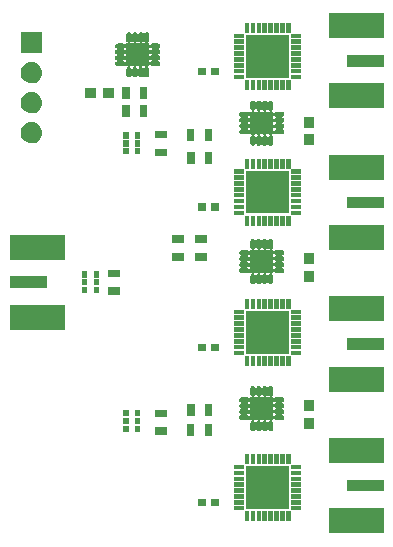
<source format=gts>
G04 #@! TF.FileFunction,Soldermask,Top*
%FSLAX46Y46*%
G04 Gerber Fmt 4.6, Leading zero omitted, Abs format (unit mm)*
G04 Created by KiCad (PCBNEW 4.0.6-e0-6349~53~ubuntu14.04.1) date Thu Apr 13 01:04:39 2017*
%MOMM*%
%LPD*%
G01*
G04 APERTURE LIST*
%ADD10C,0.100000*%
G04 APERTURE END LIST*
D10*
G36*
X128813500Y-156013500D02*
X124186500Y-156013500D01*
X124186500Y-153886500D01*
X128813500Y-153886500D01*
X128813500Y-156013500D01*
X128813500Y-156013500D01*
G37*
G36*
X119938500Y-154951000D02*
X119561500Y-154951000D01*
X119561500Y-154124000D01*
X119938500Y-154124000D01*
X119938500Y-154951000D01*
X119938500Y-154951000D01*
G37*
G36*
X117068500Y-154124000D02*
X117438500Y-154124000D01*
X117438500Y-154951000D01*
X117061500Y-154951000D01*
X117061500Y-154131000D01*
X117060414Y-154123355D01*
X117068500Y-154124000D01*
X117068500Y-154124000D01*
G37*
G36*
X117938500Y-154951000D02*
X117561500Y-154951000D01*
X117561500Y-154124000D01*
X117938500Y-154124000D01*
X117938500Y-154951000D01*
X117938500Y-154951000D01*
G37*
G36*
X118438500Y-154951000D02*
X118061500Y-154951000D01*
X118061500Y-154124000D01*
X118438500Y-154124000D01*
X118438500Y-154951000D01*
X118438500Y-154951000D01*
G37*
G36*
X119438500Y-154951000D02*
X119061500Y-154951000D01*
X119061500Y-154124000D01*
X119438500Y-154124000D01*
X119438500Y-154951000D01*
X119438500Y-154951000D01*
G37*
G36*
X120438500Y-154951000D02*
X120061500Y-154951000D01*
X120061500Y-154124000D01*
X120438500Y-154124000D01*
X120438500Y-154951000D01*
X120438500Y-154951000D01*
G37*
G36*
X120938500Y-154131000D02*
X120938500Y-154951000D01*
X120561500Y-154951000D01*
X120561500Y-154124000D01*
X120931500Y-154124000D01*
X120939145Y-154122914D01*
X120938500Y-154131000D01*
X120938500Y-154131000D01*
G37*
G36*
X118938500Y-154951000D02*
X118561500Y-154951000D01*
X118561500Y-154124000D01*
X118938500Y-154124000D01*
X118938500Y-154951000D01*
X118938500Y-154951000D01*
G37*
G36*
X121813500Y-154076000D02*
X120993500Y-154076000D01*
X120985855Y-154077086D01*
X120986500Y-154069000D01*
X120986500Y-153699000D01*
X121813500Y-153699000D01*
X121813500Y-154076000D01*
X121813500Y-154076000D01*
G37*
G36*
X117013500Y-154069000D02*
X117014586Y-154076645D01*
X117006500Y-154076000D01*
X116186500Y-154076000D01*
X116186500Y-153699000D01*
X117013500Y-153699000D01*
X117013500Y-154069000D01*
X117013500Y-154069000D01*
G37*
G36*
X120788500Y-153926000D02*
X117211500Y-153926000D01*
X117211500Y-150349000D01*
X120788500Y-150349000D01*
X120788500Y-153926000D01*
X120788500Y-153926000D01*
G37*
G36*
X114913500Y-153704100D02*
X114186500Y-153704100D01*
X114186500Y-153077100D01*
X114913500Y-153077100D01*
X114913500Y-153704100D01*
X114913500Y-153704100D01*
G37*
G36*
X113813500Y-153704100D02*
X113086500Y-153704100D01*
X113086500Y-153077100D01*
X113813500Y-153077100D01*
X113813500Y-153704100D01*
X113813500Y-153704100D01*
G37*
G36*
X121813500Y-153576000D02*
X120986500Y-153576000D01*
X120986500Y-153199000D01*
X121813500Y-153199000D01*
X121813500Y-153576000D01*
X121813500Y-153576000D01*
G37*
G36*
X117013500Y-153576000D02*
X116186500Y-153576000D01*
X116186500Y-153199000D01*
X117013500Y-153199000D01*
X117013500Y-153576000D01*
X117013500Y-153576000D01*
G37*
G36*
X121813500Y-153076000D02*
X120986500Y-153076000D01*
X120986500Y-152699000D01*
X121813500Y-152699000D01*
X121813500Y-153076000D01*
X121813500Y-153076000D01*
G37*
G36*
X117013500Y-153076000D02*
X116186500Y-153076000D01*
X116186500Y-152699000D01*
X117013500Y-152699000D01*
X117013500Y-153076000D01*
X117013500Y-153076000D01*
G37*
G36*
X121813500Y-152576000D02*
X120986500Y-152576000D01*
X120986500Y-152199000D01*
X121813500Y-152199000D01*
X121813500Y-152576000D01*
X121813500Y-152576000D01*
G37*
G36*
X117013500Y-152576000D02*
X116186500Y-152576000D01*
X116186500Y-152199000D01*
X117013500Y-152199000D01*
X117013500Y-152576000D01*
X117013500Y-152576000D01*
G37*
G36*
X128813500Y-152463500D02*
X125686500Y-152463500D01*
X125686500Y-151486500D01*
X128813500Y-151486500D01*
X128813500Y-152463500D01*
X128813500Y-152463500D01*
G37*
G36*
X121813500Y-152076000D02*
X120986500Y-152076000D01*
X120986500Y-151699000D01*
X121813500Y-151699000D01*
X121813500Y-152076000D01*
X121813500Y-152076000D01*
G37*
G36*
X117013500Y-152076000D02*
X116186500Y-152076000D01*
X116186500Y-151699000D01*
X117013500Y-151699000D01*
X117013500Y-152076000D01*
X117013500Y-152076000D01*
G37*
G36*
X121813500Y-151576000D02*
X120986500Y-151576000D01*
X120986500Y-151199000D01*
X121813500Y-151199000D01*
X121813500Y-151576000D01*
X121813500Y-151576000D01*
G37*
G36*
X117013500Y-151576000D02*
X116186500Y-151576000D01*
X116186500Y-151199000D01*
X117013500Y-151199000D01*
X117013500Y-151576000D01*
X117013500Y-151576000D01*
G37*
G36*
X121813500Y-151076000D02*
X120986500Y-151076000D01*
X120986500Y-150699000D01*
X121813500Y-150699000D01*
X121813500Y-151076000D01*
X121813500Y-151076000D01*
G37*
G36*
X117013500Y-151076000D02*
X116186500Y-151076000D01*
X116186500Y-150699000D01*
X117013500Y-150699000D01*
X117013500Y-151076000D01*
X117013500Y-151076000D01*
G37*
G36*
X120993500Y-150199000D02*
X121813500Y-150199000D01*
X121813500Y-150576000D01*
X120986500Y-150576000D01*
X120986500Y-150206000D01*
X120985414Y-150198355D01*
X120993500Y-150199000D01*
X120993500Y-150199000D01*
G37*
G36*
X117013500Y-150206000D02*
X117013500Y-150576000D01*
X116186500Y-150576000D01*
X116186500Y-150199000D01*
X117006500Y-150199000D01*
X117014145Y-150197914D01*
X117013500Y-150206000D01*
X117013500Y-150206000D01*
G37*
G36*
X117438500Y-150151000D02*
X117068500Y-150151000D01*
X117060855Y-150152086D01*
X117061500Y-150144000D01*
X117061500Y-149324000D01*
X117438500Y-149324000D01*
X117438500Y-150151000D01*
X117438500Y-150151000D01*
G37*
G36*
X120938500Y-150144000D02*
X120939586Y-150151645D01*
X120931500Y-150151000D01*
X120561500Y-150151000D01*
X120561500Y-149324000D01*
X120938500Y-149324000D01*
X120938500Y-150144000D01*
X120938500Y-150144000D01*
G37*
G36*
X119938500Y-150151000D02*
X119561500Y-150151000D01*
X119561500Y-149324000D01*
X119938500Y-149324000D01*
X119938500Y-150151000D01*
X119938500Y-150151000D01*
G37*
G36*
X119438500Y-150151000D02*
X119061500Y-150151000D01*
X119061500Y-149324000D01*
X119438500Y-149324000D01*
X119438500Y-150151000D01*
X119438500Y-150151000D01*
G37*
G36*
X118938500Y-150151000D02*
X118561500Y-150151000D01*
X118561500Y-149324000D01*
X118938500Y-149324000D01*
X118938500Y-150151000D01*
X118938500Y-150151000D01*
G37*
G36*
X118438500Y-150151000D02*
X118061500Y-150151000D01*
X118061500Y-149324000D01*
X118438500Y-149324000D01*
X118438500Y-150151000D01*
X118438500Y-150151000D01*
G37*
G36*
X117938500Y-150151000D02*
X117561500Y-150151000D01*
X117561500Y-149324000D01*
X117938500Y-149324000D01*
X117938500Y-150151000D01*
X117938500Y-150151000D01*
G37*
G36*
X120438500Y-150151000D02*
X120061500Y-150151000D01*
X120061500Y-149324000D01*
X120438500Y-149324000D01*
X120438500Y-150151000D01*
X120438500Y-150151000D01*
G37*
G36*
X128813500Y-150063500D02*
X124186500Y-150063500D01*
X124186500Y-147936500D01*
X128813500Y-147936500D01*
X128813500Y-150063500D01*
X128813500Y-150063500D01*
G37*
G36*
X112810100Y-147757300D02*
X112183100Y-147757300D01*
X112183100Y-146730300D01*
X112810100Y-146730300D01*
X112810100Y-147757300D01*
X112810100Y-147757300D01*
G37*
G36*
X114310100Y-147757300D02*
X113683100Y-147757300D01*
X113683100Y-146730300D01*
X114310100Y-146730300D01*
X114310100Y-147757300D01*
X114310100Y-147757300D01*
G37*
G36*
X110513500Y-147663700D02*
X109486500Y-147663700D01*
X109486500Y-147036700D01*
X110513500Y-147036700D01*
X110513500Y-147663700D01*
X110513500Y-147663700D01*
G37*
G36*
X107228500Y-147428500D02*
X106771500Y-147428500D01*
X106771500Y-146891500D01*
X107228500Y-146891500D01*
X107228500Y-147428500D01*
X107228500Y-147428500D01*
G37*
G36*
X108228500Y-147428500D02*
X107771500Y-147428500D01*
X107771500Y-146891500D01*
X108228500Y-146891500D01*
X108228500Y-147428500D01*
X108228500Y-147428500D01*
G37*
G36*
X119292880Y-143538732D02*
X119292889Y-143538735D01*
X119292930Y-143538739D01*
X119332735Y-143551060D01*
X119369388Y-143570878D01*
X119401493Y-143597439D01*
X119427829Y-143629729D01*
X119447391Y-143666519D01*
X119459434Y-143706409D01*
X119463500Y-143747878D01*
X119463500Y-144202122D01*
X119463479Y-144205103D01*
X119458835Y-144246511D01*
X119446235Y-144286229D01*
X119426162Y-144322742D01*
X119399378Y-144354662D01*
X119366905Y-144380771D01*
X119362891Y-144382869D01*
X119350475Y-144391787D01*
X119340918Y-144403960D01*
X119335130Y-144418314D01*
X119333570Y-144433712D01*
X119336362Y-144448934D01*
X119343285Y-144462777D01*
X119353789Y-144474142D01*
X119367044Y-144482131D01*
X119388526Y-144486500D01*
X119463500Y-144486500D01*
X119463500Y-144561906D01*
X119465677Y-144577229D01*
X119472038Y-144591338D01*
X119482077Y-144603117D01*
X119495000Y-144611633D01*
X119509784Y-144616211D01*
X119525258Y-144616489D01*
X119540197Y-144612446D01*
X119553418Y-144604400D01*
X119566786Y-144588180D01*
X119570878Y-144580612D01*
X119597439Y-144548507D01*
X119629729Y-144522171D01*
X119666519Y-144502609D01*
X119706409Y-144490566D01*
X119747878Y-144486500D01*
X120202151Y-144486500D01*
X120202877Y-144486505D01*
X120202880Y-144486505D01*
X120205103Y-144486521D01*
X120246511Y-144491165D01*
X120286229Y-144503765D01*
X120322742Y-144523838D01*
X120354662Y-144550622D01*
X120380771Y-144583095D01*
X120400076Y-144620021D01*
X120411840Y-144659994D01*
X120411843Y-144660028D01*
X120411847Y-144660041D01*
X120415618Y-144701488D01*
X120411268Y-144742880D01*
X120411265Y-144742889D01*
X120411261Y-144742930D01*
X120398940Y-144782735D01*
X120379122Y-144819388D01*
X120352561Y-144851493D01*
X120320271Y-144877829D01*
X120283481Y-144897391D01*
X120281348Y-144898035D01*
X120268514Y-144903989D01*
X120256844Y-144914155D01*
X120248469Y-144927169D01*
X120244051Y-144942002D01*
X120243940Y-144957478D01*
X120248145Y-144972373D01*
X120256333Y-144985506D01*
X120267856Y-144995838D01*
X120280652Y-145001996D01*
X120286229Y-145003765D01*
X120322742Y-145023838D01*
X120354662Y-145050622D01*
X120380771Y-145083095D01*
X120400076Y-145120021D01*
X120411840Y-145159994D01*
X120411843Y-145160028D01*
X120411847Y-145160041D01*
X120415618Y-145201488D01*
X120411268Y-145242880D01*
X120411265Y-145242889D01*
X120411261Y-145242930D01*
X120398940Y-145282735D01*
X120379122Y-145319388D01*
X120352561Y-145351493D01*
X120320271Y-145377829D01*
X120283481Y-145397391D01*
X120281348Y-145398035D01*
X120268514Y-145403989D01*
X120256844Y-145414155D01*
X120248469Y-145427169D01*
X120244051Y-145442002D01*
X120243940Y-145457478D01*
X120248145Y-145472373D01*
X120256333Y-145485506D01*
X120267856Y-145495838D01*
X120280652Y-145501996D01*
X120286229Y-145503765D01*
X120322742Y-145523838D01*
X120354662Y-145550622D01*
X120380771Y-145583095D01*
X120400076Y-145620021D01*
X120411840Y-145659994D01*
X120411843Y-145660028D01*
X120411847Y-145660041D01*
X120415618Y-145701488D01*
X120411268Y-145742880D01*
X120411265Y-145742889D01*
X120411261Y-145742930D01*
X120398940Y-145782735D01*
X120379122Y-145819388D01*
X120352561Y-145851493D01*
X120320271Y-145877829D01*
X120283481Y-145897391D01*
X120281348Y-145898035D01*
X120268514Y-145903989D01*
X120256844Y-145914155D01*
X120248469Y-145927169D01*
X120244051Y-145942002D01*
X120243940Y-145957478D01*
X120248145Y-145972373D01*
X120256333Y-145985506D01*
X120267856Y-145995838D01*
X120280652Y-146001996D01*
X120286229Y-146003765D01*
X120322742Y-146023838D01*
X120354662Y-146050622D01*
X120380771Y-146083095D01*
X120400076Y-146120021D01*
X120411840Y-146159994D01*
X120411843Y-146160028D01*
X120411847Y-146160041D01*
X120415618Y-146201488D01*
X120411268Y-146242880D01*
X120411265Y-146242889D01*
X120411261Y-146242930D01*
X120398940Y-146282735D01*
X120379122Y-146319388D01*
X120352561Y-146351493D01*
X120320271Y-146377829D01*
X120283481Y-146397391D01*
X120243591Y-146409434D01*
X120202122Y-146413500D01*
X119747849Y-146413500D01*
X119747123Y-146413495D01*
X119747120Y-146413495D01*
X119744897Y-146413479D01*
X119703489Y-146408835D01*
X119663771Y-146396235D01*
X119627258Y-146376162D01*
X119595338Y-146349378D01*
X119569229Y-146316905D01*
X119567131Y-146312891D01*
X119558213Y-146300475D01*
X119546040Y-146290918D01*
X119531686Y-146285130D01*
X119516288Y-146283570D01*
X119501066Y-146286362D01*
X119487223Y-146293285D01*
X119475858Y-146303789D01*
X119467869Y-146317044D01*
X119463500Y-146338526D01*
X119463500Y-146413500D01*
X119388094Y-146413500D01*
X119372771Y-146415677D01*
X119358662Y-146422038D01*
X119346883Y-146432077D01*
X119338367Y-146445000D01*
X119333789Y-146459784D01*
X119333511Y-146475258D01*
X119337554Y-146490197D01*
X119345600Y-146503418D01*
X119361820Y-146516786D01*
X119369388Y-146520878D01*
X119401493Y-146547439D01*
X119427829Y-146579729D01*
X119447391Y-146616519D01*
X119459434Y-146656409D01*
X119463500Y-146697878D01*
X119463500Y-147152122D01*
X119463479Y-147155103D01*
X119458835Y-147196511D01*
X119446235Y-147236229D01*
X119426162Y-147272742D01*
X119399378Y-147304662D01*
X119366905Y-147330771D01*
X119329979Y-147350076D01*
X119290006Y-147361840D01*
X119289972Y-147361843D01*
X119289959Y-147361847D01*
X119248512Y-147365618D01*
X119207120Y-147361268D01*
X119207111Y-147361265D01*
X119207070Y-147361261D01*
X119167265Y-147348940D01*
X119130612Y-147329122D01*
X119098507Y-147302561D01*
X119072171Y-147270271D01*
X119052609Y-147233481D01*
X119051965Y-147231348D01*
X119046011Y-147218514D01*
X119035845Y-147206844D01*
X119022831Y-147198469D01*
X119007998Y-147194051D01*
X118992522Y-147193940D01*
X118977627Y-147198145D01*
X118964494Y-147206333D01*
X118954162Y-147217856D01*
X118948004Y-147230652D01*
X118946235Y-147236229D01*
X118926162Y-147272742D01*
X118899378Y-147304662D01*
X118866905Y-147330771D01*
X118829979Y-147350076D01*
X118790006Y-147361840D01*
X118789972Y-147361843D01*
X118789959Y-147361847D01*
X118748512Y-147365618D01*
X118707120Y-147361268D01*
X118707111Y-147361265D01*
X118707070Y-147361261D01*
X118667265Y-147348940D01*
X118630612Y-147329122D01*
X118598507Y-147302561D01*
X118572171Y-147270271D01*
X118552609Y-147233481D01*
X118551965Y-147231348D01*
X118546011Y-147218514D01*
X118535845Y-147206844D01*
X118522831Y-147198469D01*
X118507998Y-147194051D01*
X118492522Y-147193940D01*
X118477627Y-147198145D01*
X118464494Y-147206333D01*
X118454162Y-147217856D01*
X118448004Y-147230652D01*
X118446235Y-147236229D01*
X118426162Y-147272742D01*
X118399378Y-147304662D01*
X118366905Y-147330771D01*
X118329979Y-147350076D01*
X118290006Y-147361840D01*
X118289972Y-147361843D01*
X118289959Y-147361847D01*
X118248512Y-147365618D01*
X118207120Y-147361268D01*
X118207111Y-147361265D01*
X118207070Y-147361261D01*
X118167265Y-147348940D01*
X118130612Y-147329122D01*
X118098507Y-147302561D01*
X118072171Y-147270271D01*
X118052609Y-147233481D01*
X118051965Y-147231348D01*
X118046011Y-147218514D01*
X118035845Y-147206844D01*
X118022831Y-147198469D01*
X118007998Y-147194051D01*
X117992522Y-147193940D01*
X117977627Y-147198145D01*
X117964494Y-147206333D01*
X117954162Y-147217856D01*
X117948004Y-147230652D01*
X117946235Y-147236229D01*
X117926162Y-147272742D01*
X117899378Y-147304662D01*
X117866905Y-147330771D01*
X117829979Y-147350076D01*
X117790006Y-147361840D01*
X117789972Y-147361843D01*
X117789959Y-147361847D01*
X117748512Y-147365618D01*
X117707120Y-147361268D01*
X117707111Y-147361265D01*
X117707070Y-147361261D01*
X117667265Y-147348940D01*
X117630612Y-147329122D01*
X117598507Y-147302561D01*
X117572171Y-147270271D01*
X117552609Y-147233481D01*
X117540566Y-147193591D01*
X117536500Y-147152122D01*
X117536500Y-146697878D01*
X117536521Y-146694897D01*
X117541165Y-146653489D01*
X117553765Y-146613771D01*
X117573838Y-146577258D01*
X117600622Y-146545338D01*
X117633095Y-146519229D01*
X117637109Y-146517131D01*
X117649525Y-146508213D01*
X117659082Y-146496040D01*
X117664870Y-146481686D01*
X117665521Y-146475258D01*
X117833511Y-146475258D01*
X117837554Y-146490197D01*
X117845600Y-146503418D01*
X117861820Y-146516786D01*
X117869388Y-146520878D01*
X117901493Y-146547439D01*
X117927829Y-146579729D01*
X117947391Y-146616519D01*
X117948035Y-146618652D01*
X117953989Y-146631486D01*
X117964155Y-146643156D01*
X117977169Y-146651531D01*
X117992002Y-146655949D01*
X118007478Y-146656060D01*
X118022373Y-146651855D01*
X118035506Y-146643667D01*
X118045838Y-146632144D01*
X118051996Y-146619348D01*
X118053765Y-146613771D01*
X118073838Y-146577258D01*
X118100622Y-146545338D01*
X118133095Y-146519229D01*
X118137109Y-146517131D01*
X118149525Y-146508213D01*
X118159082Y-146496040D01*
X118164870Y-146481686D01*
X118165521Y-146475258D01*
X118333511Y-146475258D01*
X118337554Y-146490197D01*
X118345600Y-146503418D01*
X118361820Y-146516786D01*
X118369388Y-146520878D01*
X118401493Y-146547439D01*
X118427829Y-146579729D01*
X118447391Y-146616519D01*
X118448035Y-146618652D01*
X118453989Y-146631486D01*
X118464155Y-146643156D01*
X118477169Y-146651531D01*
X118492002Y-146655949D01*
X118507478Y-146656060D01*
X118522373Y-146651855D01*
X118535506Y-146643667D01*
X118545838Y-146632144D01*
X118551996Y-146619348D01*
X118553765Y-146613771D01*
X118573838Y-146577258D01*
X118600622Y-146545338D01*
X118633095Y-146519229D01*
X118637109Y-146517131D01*
X118649525Y-146508213D01*
X118659082Y-146496040D01*
X118664870Y-146481686D01*
X118665521Y-146475258D01*
X118833511Y-146475258D01*
X118837554Y-146490197D01*
X118845600Y-146503418D01*
X118861820Y-146516786D01*
X118869388Y-146520878D01*
X118901493Y-146547439D01*
X118927829Y-146579729D01*
X118947391Y-146616519D01*
X118948035Y-146618652D01*
X118953989Y-146631486D01*
X118964155Y-146643156D01*
X118977169Y-146651531D01*
X118992002Y-146655949D01*
X119007478Y-146656060D01*
X119022373Y-146651855D01*
X119035506Y-146643667D01*
X119045838Y-146632144D01*
X119051996Y-146619348D01*
X119053765Y-146613771D01*
X119073838Y-146577258D01*
X119100622Y-146545338D01*
X119133095Y-146519229D01*
X119137109Y-146517131D01*
X119149525Y-146508213D01*
X119159082Y-146496040D01*
X119164870Y-146481686D01*
X119166430Y-146466288D01*
X119163638Y-146451066D01*
X119156715Y-146437223D01*
X119146211Y-146425858D01*
X119132956Y-146417869D01*
X119111474Y-146413500D01*
X118888094Y-146413500D01*
X118872771Y-146415677D01*
X118858662Y-146422038D01*
X118846883Y-146432077D01*
X118838367Y-146445000D01*
X118833789Y-146459784D01*
X118833511Y-146475258D01*
X118665521Y-146475258D01*
X118666430Y-146466288D01*
X118663638Y-146451066D01*
X118656715Y-146437223D01*
X118646211Y-146425858D01*
X118632956Y-146417869D01*
X118611474Y-146413500D01*
X118388094Y-146413500D01*
X118372771Y-146415677D01*
X118358662Y-146422038D01*
X118346883Y-146432077D01*
X118338367Y-146445000D01*
X118333789Y-146459784D01*
X118333511Y-146475258D01*
X118165521Y-146475258D01*
X118166430Y-146466288D01*
X118163638Y-146451066D01*
X118156715Y-146437223D01*
X118146211Y-146425858D01*
X118132956Y-146417869D01*
X118111474Y-146413500D01*
X117888094Y-146413500D01*
X117872771Y-146415677D01*
X117858662Y-146422038D01*
X117846883Y-146432077D01*
X117838367Y-146445000D01*
X117833789Y-146459784D01*
X117833511Y-146475258D01*
X117665521Y-146475258D01*
X117666430Y-146466288D01*
X117663638Y-146451066D01*
X117656715Y-146437223D01*
X117646211Y-146425858D01*
X117632956Y-146417869D01*
X117611474Y-146413500D01*
X117536500Y-146413500D01*
X117536500Y-146338094D01*
X117534323Y-146322771D01*
X117527962Y-146308662D01*
X117517923Y-146296883D01*
X117505000Y-146288367D01*
X117490216Y-146283789D01*
X117474742Y-146283511D01*
X117459803Y-146287554D01*
X117446582Y-146295600D01*
X117433214Y-146311820D01*
X117429122Y-146319388D01*
X117402561Y-146351493D01*
X117370271Y-146377829D01*
X117333481Y-146397391D01*
X117293591Y-146409434D01*
X117252122Y-146413500D01*
X116797849Y-146413500D01*
X116797123Y-146413495D01*
X116797120Y-146413495D01*
X116794897Y-146413479D01*
X116753489Y-146408835D01*
X116713771Y-146396235D01*
X116677258Y-146376162D01*
X116645338Y-146349378D01*
X116619229Y-146316905D01*
X116599924Y-146279979D01*
X116588160Y-146240006D01*
X116588157Y-146239972D01*
X116588153Y-146239959D01*
X116584382Y-146198512D01*
X116588732Y-146157120D01*
X116588735Y-146157111D01*
X116588739Y-146157070D01*
X116601060Y-146117265D01*
X116620878Y-146080612D01*
X116647439Y-146048507D01*
X116679729Y-146022171D01*
X116716519Y-146002609D01*
X116718652Y-146001965D01*
X116731486Y-145996011D01*
X116743156Y-145985845D01*
X116751531Y-145972831D01*
X116755949Y-145957998D01*
X116755952Y-145957478D01*
X117293940Y-145957478D01*
X117298145Y-145972373D01*
X117306333Y-145985506D01*
X117317856Y-145995838D01*
X117330652Y-146001996D01*
X117336229Y-146003765D01*
X117372742Y-146023838D01*
X117404662Y-146050622D01*
X117430771Y-146083095D01*
X117432869Y-146087109D01*
X117441787Y-146099525D01*
X117453960Y-146109082D01*
X117468314Y-146114870D01*
X117483712Y-146116430D01*
X117498934Y-146113638D01*
X117512777Y-146106715D01*
X117524142Y-146096211D01*
X117532131Y-146082956D01*
X117536500Y-146061474D01*
X117536500Y-145838526D01*
X119463500Y-145838526D01*
X119463500Y-146061906D01*
X119465677Y-146077229D01*
X119472038Y-146091338D01*
X119482077Y-146103117D01*
X119495000Y-146111633D01*
X119509784Y-146116211D01*
X119525258Y-146116489D01*
X119540197Y-146112446D01*
X119553418Y-146104400D01*
X119566786Y-146088180D01*
X119570878Y-146080612D01*
X119597439Y-146048507D01*
X119629729Y-146022171D01*
X119666519Y-146002609D01*
X119668652Y-146001965D01*
X119681486Y-145996011D01*
X119693156Y-145985845D01*
X119701531Y-145972831D01*
X119705949Y-145957998D01*
X119706060Y-145942522D01*
X119701855Y-145927627D01*
X119693667Y-145914494D01*
X119682144Y-145904162D01*
X119669348Y-145898004D01*
X119663771Y-145896235D01*
X119627258Y-145876162D01*
X119595338Y-145849378D01*
X119569229Y-145816905D01*
X119567131Y-145812891D01*
X119558213Y-145800475D01*
X119546040Y-145790918D01*
X119531686Y-145785130D01*
X119516288Y-145783570D01*
X119501066Y-145786362D01*
X119487223Y-145793285D01*
X119475858Y-145803789D01*
X119467869Y-145817044D01*
X119463500Y-145838526D01*
X117536500Y-145838526D01*
X117536500Y-145838094D01*
X117534323Y-145822771D01*
X117527962Y-145808662D01*
X117517923Y-145796883D01*
X117505000Y-145788367D01*
X117490216Y-145783789D01*
X117474742Y-145783511D01*
X117459803Y-145787554D01*
X117446582Y-145795600D01*
X117433214Y-145811820D01*
X117429122Y-145819388D01*
X117402561Y-145851493D01*
X117370271Y-145877829D01*
X117333481Y-145897391D01*
X117331348Y-145898035D01*
X117318514Y-145903989D01*
X117306844Y-145914155D01*
X117298469Y-145927169D01*
X117294051Y-145942002D01*
X117293940Y-145957478D01*
X116755952Y-145957478D01*
X116756060Y-145942522D01*
X116751855Y-145927627D01*
X116743667Y-145914494D01*
X116732144Y-145904162D01*
X116719348Y-145898004D01*
X116713771Y-145896235D01*
X116677258Y-145876162D01*
X116645338Y-145849378D01*
X116619229Y-145816905D01*
X116599924Y-145779979D01*
X116588160Y-145740006D01*
X116588157Y-145739972D01*
X116588153Y-145739959D01*
X116584382Y-145698512D01*
X116588732Y-145657120D01*
X116588735Y-145657111D01*
X116588739Y-145657070D01*
X116601060Y-145617265D01*
X116620878Y-145580612D01*
X116647439Y-145548507D01*
X116679729Y-145522171D01*
X116716519Y-145502609D01*
X116718652Y-145501965D01*
X116731486Y-145496011D01*
X116743156Y-145485845D01*
X116751531Y-145472831D01*
X116755949Y-145457998D01*
X116755952Y-145457478D01*
X117293940Y-145457478D01*
X117298145Y-145472373D01*
X117306333Y-145485506D01*
X117317856Y-145495838D01*
X117330652Y-145501996D01*
X117336229Y-145503765D01*
X117372742Y-145523838D01*
X117404662Y-145550622D01*
X117430771Y-145583095D01*
X117432869Y-145587109D01*
X117441787Y-145599525D01*
X117453960Y-145609082D01*
X117468314Y-145614870D01*
X117483712Y-145616430D01*
X117498934Y-145613638D01*
X117512777Y-145606715D01*
X117524142Y-145596211D01*
X117532131Y-145582956D01*
X117536500Y-145561474D01*
X117536500Y-145338526D01*
X119463500Y-145338526D01*
X119463500Y-145561906D01*
X119465677Y-145577229D01*
X119472038Y-145591338D01*
X119482077Y-145603117D01*
X119495000Y-145611633D01*
X119509784Y-145616211D01*
X119525258Y-145616489D01*
X119540197Y-145612446D01*
X119553418Y-145604400D01*
X119566786Y-145588180D01*
X119570878Y-145580612D01*
X119597439Y-145548507D01*
X119629729Y-145522171D01*
X119666519Y-145502609D01*
X119668652Y-145501965D01*
X119681486Y-145496011D01*
X119693156Y-145485845D01*
X119701531Y-145472831D01*
X119705949Y-145457998D01*
X119706060Y-145442522D01*
X119701855Y-145427627D01*
X119693667Y-145414494D01*
X119682144Y-145404162D01*
X119669348Y-145398004D01*
X119663771Y-145396235D01*
X119627258Y-145376162D01*
X119595338Y-145349378D01*
X119569229Y-145316905D01*
X119567131Y-145312891D01*
X119558213Y-145300475D01*
X119546040Y-145290918D01*
X119531686Y-145285130D01*
X119516288Y-145283570D01*
X119501066Y-145286362D01*
X119487223Y-145293285D01*
X119475858Y-145303789D01*
X119467869Y-145317044D01*
X119463500Y-145338526D01*
X117536500Y-145338526D01*
X117536500Y-145338094D01*
X117534323Y-145322771D01*
X117527962Y-145308662D01*
X117517923Y-145296883D01*
X117505000Y-145288367D01*
X117490216Y-145283789D01*
X117474742Y-145283511D01*
X117459803Y-145287554D01*
X117446582Y-145295600D01*
X117433214Y-145311820D01*
X117429122Y-145319388D01*
X117402561Y-145351493D01*
X117370271Y-145377829D01*
X117333481Y-145397391D01*
X117331348Y-145398035D01*
X117318514Y-145403989D01*
X117306844Y-145414155D01*
X117298469Y-145427169D01*
X117294051Y-145442002D01*
X117293940Y-145457478D01*
X116755952Y-145457478D01*
X116756060Y-145442522D01*
X116751855Y-145427627D01*
X116743667Y-145414494D01*
X116732144Y-145404162D01*
X116719348Y-145398004D01*
X116713771Y-145396235D01*
X116677258Y-145376162D01*
X116645338Y-145349378D01*
X116619229Y-145316905D01*
X116599924Y-145279979D01*
X116588160Y-145240006D01*
X116588157Y-145239972D01*
X116588153Y-145239959D01*
X116584382Y-145198512D01*
X116588732Y-145157120D01*
X116588735Y-145157111D01*
X116588739Y-145157070D01*
X116601060Y-145117265D01*
X116620878Y-145080612D01*
X116647439Y-145048507D01*
X116679729Y-145022171D01*
X116716519Y-145002609D01*
X116718652Y-145001965D01*
X116731486Y-144996011D01*
X116743156Y-144985845D01*
X116751531Y-144972831D01*
X116755949Y-144957998D01*
X116755952Y-144957478D01*
X117293940Y-144957478D01*
X117298145Y-144972373D01*
X117306333Y-144985506D01*
X117317856Y-144995838D01*
X117330652Y-145001996D01*
X117336229Y-145003765D01*
X117372742Y-145023838D01*
X117404662Y-145050622D01*
X117430771Y-145083095D01*
X117432869Y-145087109D01*
X117441787Y-145099525D01*
X117453960Y-145109082D01*
X117468314Y-145114870D01*
X117483712Y-145116430D01*
X117498934Y-145113638D01*
X117512777Y-145106715D01*
X117524142Y-145096211D01*
X117532131Y-145082956D01*
X117536500Y-145061474D01*
X117536500Y-144838526D01*
X119463500Y-144838526D01*
X119463500Y-145061906D01*
X119465677Y-145077229D01*
X119472038Y-145091338D01*
X119482077Y-145103117D01*
X119495000Y-145111633D01*
X119509784Y-145116211D01*
X119525258Y-145116489D01*
X119540197Y-145112446D01*
X119553418Y-145104400D01*
X119566786Y-145088180D01*
X119570878Y-145080612D01*
X119597439Y-145048507D01*
X119629729Y-145022171D01*
X119666519Y-145002609D01*
X119668652Y-145001965D01*
X119681486Y-144996011D01*
X119693156Y-144985845D01*
X119701531Y-144972831D01*
X119705949Y-144957998D01*
X119706060Y-144942522D01*
X119701855Y-144927627D01*
X119693667Y-144914494D01*
X119682144Y-144904162D01*
X119669348Y-144898004D01*
X119663771Y-144896235D01*
X119627258Y-144876162D01*
X119595338Y-144849378D01*
X119569229Y-144816905D01*
X119567131Y-144812891D01*
X119558213Y-144800475D01*
X119546040Y-144790918D01*
X119531686Y-144785130D01*
X119516288Y-144783570D01*
X119501066Y-144786362D01*
X119487223Y-144793285D01*
X119475858Y-144803789D01*
X119467869Y-144817044D01*
X119463500Y-144838526D01*
X117536500Y-144838526D01*
X117536500Y-144838094D01*
X117534323Y-144822771D01*
X117527962Y-144808662D01*
X117517923Y-144796883D01*
X117505000Y-144788367D01*
X117490216Y-144783789D01*
X117474742Y-144783511D01*
X117459803Y-144787554D01*
X117446582Y-144795600D01*
X117433214Y-144811820D01*
X117429122Y-144819388D01*
X117402561Y-144851493D01*
X117370271Y-144877829D01*
X117333481Y-144897391D01*
X117331348Y-144898035D01*
X117318514Y-144903989D01*
X117306844Y-144914155D01*
X117298469Y-144927169D01*
X117294051Y-144942002D01*
X117293940Y-144957478D01*
X116755952Y-144957478D01*
X116756060Y-144942522D01*
X116751855Y-144927627D01*
X116743667Y-144914494D01*
X116732144Y-144904162D01*
X116719348Y-144898004D01*
X116713771Y-144896235D01*
X116677258Y-144876162D01*
X116645338Y-144849378D01*
X116619229Y-144816905D01*
X116599924Y-144779979D01*
X116588160Y-144740006D01*
X116588157Y-144739972D01*
X116588153Y-144739959D01*
X116584382Y-144698512D01*
X116588732Y-144657120D01*
X116588735Y-144657111D01*
X116588739Y-144657070D01*
X116601060Y-144617265D01*
X116620878Y-144580612D01*
X116647439Y-144548507D01*
X116679729Y-144522171D01*
X116716519Y-144502609D01*
X116756409Y-144490566D01*
X116797878Y-144486500D01*
X117252151Y-144486500D01*
X117252877Y-144486505D01*
X117252880Y-144486505D01*
X117255103Y-144486521D01*
X117296511Y-144491165D01*
X117336229Y-144503765D01*
X117372742Y-144523838D01*
X117404662Y-144550622D01*
X117430771Y-144583095D01*
X117432869Y-144587109D01*
X117441787Y-144599525D01*
X117453960Y-144609082D01*
X117468314Y-144614870D01*
X117483712Y-144616430D01*
X117498934Y-144613638D01*
X117512777Y-144606715D01*
X117524142Y-144596211D01*
X117532131Y-144582956D01*
X117536500Y-144561474D01*
X117536500Y-144486500D01*
X117611906Y-144486500D01*
X117627229Y-144484323D01*
X117641338Y-144477962D01*
X117653117Y-144467923D01*
X117661633Y-144455000D01*
X117666211Y-144440216D01*
X117666327Y-144433712D01*
X117833570Y-144433712D01*
X117836362Y-144448934D01*
X117843285Y-144462777D01*
X117853789Y-144474142D01*
X117867044Y-144482131D01*
X117888526Y-144486500D01*
X118111906Y-144486500D01*
X118127229Y-144484323D01*
X118141338Y-144477962D01*
X118153117Y-144467923D01*
X118161633Y-144455000D01*
X118166211Y-144440216D01*
X118166327Y-144433712D01*
X118333570Y-144433712D01*
X118336362Y-144448934D01*
X118343285Y-144462777D01*
X118353789Y-144474142D01*
X118367044Y-144482131D01*
X118388526Y-144486500D01*
X118611906Y-144486500D01*
X118627229Y-144484323D01*
X118641338Y-144477962D01*
X118653117Y-144467923D01*
X118661633Y-144455000D01*
X118666211Y-144440216D01*
X118666327Y-144433712D01*
X118833570Y-144433712D01*
X118836362Y-144448934D01*
X118843285Y-144462777D01*
X118853789Y-144474142D01*
X118867044Y-144482131D01*
X118888526Y-144486500D01*
X119111906Y-144486500D01*
X119127229Y-144484323D01*
X119141338Y-144477962D01*
X119153117Y-144467923D01*
X119161633Y-144455000D01*
X119166211Y-144440216D01*
X119166489Y-144424742D01*
X119162446Y-144409803D01*
X119154400Y-144396582D01*
X119138180Y-144383214D01*
X119130612Y-144379122D01*
X119098507Y-144352561D01*
X119072171Y-144320271D01*
X119052609Y-144283481D01*
X119051965Y-144281348D01*
X119046011Y-144268514D01*
X119035845Y-144256844D01*
X119022831Y-144248469D01*
X119007998Y-144244051D01*
X118992522Y-144243940D01*
X118977627Y-144248145D01*
X118964494Y-144256333D01*
X118954162Y-144267856D01*
X118948004Y-144280652D01*
X118946235Y-144286229D01*
X118926162Y-144322742D01*
X118899378Y-144354662D01*
X118866905Y-144380771D01*
X118862891Y-144382869D01*
X118850475Y-144391787D01*
X118840918Y-144403960D01*
X118835130Y-144418314D01*
X118833570Y-144433712D01*
X118666327Y-144433712D01*
X118666489Y-144424742D01*
X118662446Y-144409803D01*
X118654400Y-144396582D01*
X118638180Y-144383214D01*
X118630612Y-144379122D01*
X118598507Y-144352561D01*
X118572171Y-144320271D01*
X118552609Y-144283481D01*
X118551965Y-144281348D01*
X118546011Y-144268514D01*
X118535845Y-144256844D01*
X118522831Y-144248469D01*
X118507998Y-144244051D01*
X118492522Y-144243940D01*
X118477627Y-144248145D01*
X118464494Y-144256333D01*
X118454162Y-144267856D01*
X118448004Y-144280652D01*
X118446235Y-144286229D01*
X118426162Y-144322742D01*
X118399378Y-144354662D01*
X118366905Y-144380771D01*
X118362891Y-144382869D01*
X118350475Y-144391787D01*
X118340918Y-144403960D01*
X118335130Y-144418314D01*
X118333570Y-144433712D01*
X118166327Y-144433712D01*
X118166489Y-144424742D01*
X118162446Y-144409803D01*
X118154400Y-144396582D01*
X118138180Y-144383214D01*
X118130612Y-144379122D01*
X118098507Y-144352561D01*
X118072171Y-144320271D01*
X118052609Y-144283481D01*
X118051965Y-144281348D01*
X118046011Y-144268514D01*
X118035845Y-144256844D01*
X118022831Y-144248469D01*
X118007998Y-144244051D01*
X117992522Y-144243940D01*
X117977627Y-144248145D01*
X117964494Y-144256333D01*
X117954162Y-144267856D01*
X117948004Y-144280652D01*
X117946235Y-144286229D01*
X117926162Y-144322742D01*
X117899378Y-144354662D01*
X117866905Y-144380771D01*
X117862891Y-144382869D01*
X117850475Y-144391787D01*
X117840918Y-144403960D01*
X117835130Y-144418314D01*
X117833570Y-144433712D01*
X117666327Y-144433712D01*
X117666489Y-144424742D01*
X117662446Y-144409803D01*
X117654400Y-144396582D01*
X117638180Y-144383214D01*
X117630612Y-144379122D01*
X117598507Y-144352561D01*
X117572171Y-144320271D01*
X117552609Y-144283481D01*
X117540566Y-144243591D01*
X117536500Y-144202122D01*
X117536500Y-143747878D01*
X117536521Y-143744897D01*
X117541165Y-143703489D01*
X117553765Y-143663771D01*
X117573838Y-143627258D01*
X117600622Y-143595338D01*
X117633095Y-143569229D01*
X117670021Y-143549924D01*
X117709994Y-143538160D01*
X117710028Y-143538157D01*
X117710041Y-143538153D01*
X117751488Y-143534382D01*
X117792880Y-143538732D01*
X117792889Y-143538735D01*
X117792930Y-143538739D01*
X117832735Y-143551060D01*
X117869388Y-143570878D01*
X117901493Y-143597439D01*
X117927829Y-143629729D01*
X117947391Y-143666519D01*
X117948035Y-143668652D01*
X117953989Y-143681486D01*
X117964155Y-143693156D01*
X117977169Y-143701531D01*
X117992002Y-143705949D01*
X118007478Y-143706060D01*
X118022373Y-143701855D01*
X118035506Y-143693667D01*
X118045838Y-143682144D01*
X118051996Y-143669348D01*
X118053765Y-143663771D01*
X118073838Y-143627258D01*
X118100622Y-143595338D01*
X118133095Y-143569229D01*
X118170021Y-143549924D01*
X118209994Y-143538160D01*
X118210028Y-143538157D01*
X118210041Y-143538153D01*
X118251488Y-143534382D01*
X118292880Y-143538732D01*
X118292889Y-143538735D01*
X118292930Y-143538739D01*
X118332735Y-143551060D01*
X118369388Y-143570878D01*
X118401493Y-143597439D01*
X118427829Y-143629729D01*
X118447391Y-143666519D01*
X118448035Y-143668652D01*
X118453989Y-143681486D01*
X118464155Y-143693156D01*
X118477169Y-143701531D01*
X118492002Y-143705949D01*
X118507478Y-143706060D01*
X118522373Y-143701855D01*
X118535506Y-143693667D01*
X118545838Y-143682144D01*
X118551996Y-143669348D01*
X118553765Y-143663771D01*
X118573838Y-143627258D01*
X118600622Y-143595338D01*
X118633095Y-143569229D01*
X118670021Y-143549924D01*
X118709994Y-143538160D01*
X118710028Y-143538157D01*
X118710041Y-143538153D01*
X118751488Y-143534382D01*
X118792880Y-143538732D01*
X118792889Y-143538735D01*
X118792930Y-143538739D01*
X118832735Y-143551060D01*
X118869388Y-143570878D01*
X118901493Y-143597439D01*
X118927829Y-143629729D01*
X118947391Y-143666519D01*
X118948035Y-143668652D01*
X118953989Y-143681486D01*
X118964155Y-143693156D01*
X118977169Y-143701531D01*
X118992002Y-143705949D01*
X119007478Y-143706060D01*
X119022373Y-143701855D01*
X119035506Y-143693667D01*
X119045838Y-143682144D01*
X119051996Y-143669348D01*
X119053765Y-143663771D01*
X119073838Y-143627258D01*
X119100622Y-143595338D01*
X119133095Y-143569229D01*
X119170021Y-143549924D01*
X119209994Y-143538160D01*
X119210028Y-143538157D01*
X119210041Y-143538153D01*
X119251488Y-143534382D01*
X119292880Y-143538732D01*
X119292880Y-143538732D01*
G37*
G36*
X122938500Y-147187300D02*
X122061500Y-147187300D01*
X122061500Y-146260300D01*
X122938500Y-146260300D01*
X122938500Y-147187300D01*
X122938500Y-147187300D01*
G37*
G36*
X108228500Y-146768500D02*
X107771500Y-146768500D01*
X107771500Y-146231500D01*
X108228500Y-146231500D01*
X108228500Y-146768500D01*
X108228500Y-146768500D01*
G37*
G36*
X107228500Y-146768500D02*
X106771500Y-146768500D01*
X106771500Y-146231500D01*
X107228500Y-146231500D01*
X107228500Y-146768500D01*
X107228500Y-146768500D01*
G37*
G36*
X110513500Y-146163700D02*
X109486500Y-146163700D01*
X109486500Y-145536700D01*
X110513500Y-145536700D01*
X110513500Y-146163700D01*
X110513500Y-146163700D01*
G37*
G36*
X108228500Y-146108500D02*
X107771500Y-146108500D01*
X107771500Y-145571500D01*
X108228500Y-145571500D01*
X108228500Y-146108500D01*
X108228500Y-146108500D01*
G37*
G36*
X107228500Y-146108500D02*
X106771500Y-146108500D01*
X106771500Y-145571500D01*
X107228500Y-145571500D01*
X107228500Y-146108500D01*
X107228500Y-146108500D01*
G37*
G36*
X114322100Y-146055500D02*
X113695100Y-146055500D01*
X113695100Y-145028500D01*
X114322100Y-145028500D01*
X114322100Y-146055500D01*
X114322100Y-146055500D01*
G37*
G36*
X112822100Y-146055500D02*
X112195100Y-146055500D01*
X112195100Y-145028500D01*
X112822100Y-145028500D01*
X112822100Y-146055500D01*
X112822100Y-146055500D01*
G37*
G36*
X122938500Y-145687300D02*
X122061500Y-145687300D01*
X122061500Y-144760300D01*
X122938500Y-144760300D01*
X122938500Y-145687300D01*
X122938500Y-145687300D01*
G37*
G36*
X128813500Y-144013500D02*
X124186500Y-144013500D01*
X124186500Y-141886500D01*
X128813500Y-141886500D01*
X128813500Y-144013500D01*
X128813500Y-144013500D01*
G37*
G36*
X117938500Y-141813500D02*
X117561500Y-141813500D01*
X117561500Y-140986500D01*
X117938500Y-140986500D01*
X117938500Y-141813500D01*
X117938500Y-141813500D01*
G37*
G36*
X118438500Y-141813500D02*
X118061500Y-141813500D01*
X118061500Y-140986500D01*
X118438500Y-140986500D01*
X118438500Y-141813500D01*
X118438500Y-141813500D01*
G37*
G36*
X117068500Y-140986500D02*
X117438500Y-140986500D01*
X117438500Y-141813500D01*
X117061500Y-141813500D01*
X117061500Y-140993500D01*
X117060414Y-140985855D01*
X117068500Y-140986500D01*
X117068500Y-140986500D01*
G37*
G36*
X118938500Y-141813500D02*
X118561500Y-141813500D01*
X118561500Y-140986500D01*
X118938500Y-140986500D01*
X118938500Y-141813500D01*
X118938500Y-141813500D01*
G37*
G36*
X119938500Y-141813500D02*
X119561500Y-141813500D01*
X119561500Y-140986500D01*
X119938500Y-140986500D01*
X119938500Y-141813500D01*
X119938500Y-141813500D01*
G37*
G36*
X120438500Y-141813500D02*
X120061500Y-141813500D01*
X120061500Y-140986500D01*
X120438500Y-140986500D01*
X120438500Y-141813500D01*
X120438500Y-141813500D01*
G37*
G36*
X120938500Y-140993500D02*
X120938500Y-141813500D01*
X120561500Y-141813500D01*
X120561500Y-140986500D01*
X120931500Y-140986500D01*
X120939145Y-140985414D01*
X120938500Y-140993500D01*
X120938500Y-140993500D01*
G37*
G36*
X119438500Y-141813500D02*
X119061500Y-141813500D01*
X119061500Y-140986500D01*
X119438500Y-140986500D01*
X119438500Y-141813500D01*
X119438500Y-141813500D01*
G37*
G36*
X121813500Y-140938500D02*
X120993500Y-140938500D01*
X120985855Y-140939586D01*
X120986500Y-140931500D01*
X120986500Y-140561500D01*
X121813500Y-140561500D01*
X121813500Y-140938500D01*
X121813500Y-140938500D01*
G37*
G36*
X117013500Y-140931500D02*
X117014586Y-140939145D01*
X117006500Y-140938500D01*
X116186500Y-140938500D01*
X116186500Y-140561500D01*
X117013500Y-140561500D01*
X117013500Y-140931500D01*
X117013500Y-140931500D01*
G37*
G36*
X120788500Y-140788500D02*
X117211500Y-140788500D01*
X117211500Y-137211500D01*
X120788500Y-137211500D01*
X120788500Y-140788500D01*
X120788500Y-140788500D01*
G37*
G36*
X113813500Y-140572300D02*
X113086500Y-140572300D01*
X113086500Y-139945300D01*
X113813500Y-139945300D01*
X113813500Y-140572300D01*
X113813500Y-140572300D01*
G37*
G36*
X114913500Y-140572300D02*
X114186500Y-140572300D01*
X114186500Y-139945300D01*
X114913500Y-139945300D01*
X114913500Y-140572300D01*
X114913500Y-140572300D01*
G37*
G36*
X128813500Y-140463500D02*
X125686500Y-140463500D01*
X125686500Y-139486500D01*
X128813500Y-139486500D01*
X128813500Y-140463500D01*
X128813500Y-140463500D01*
G37*
G36*
X117013500Y-140438500D02*
X116186500Y-140438500D01*
X116186500Y-140061500D01*
X117013500Y-140061500D01*
X117013500Y-140438500D01*
X117013500Y-140438500D01*
G37*
G36*
X121813500Y-140438500D02*
X120986500Y-140438500D01*
X120986500Y-140061500D01*
X121813500Y-140061500D01*
X121813500Y-140438500D01*
X121813500Y-140438500D01*
G37*
G36*
X117013500Y-139938500D02*
X116186500Y-139938500D01*
X116186500Y-139561500D01*
X117013500Y-139561500D01*
X117013500Y-139938500D01*
X117013500Y-139938500D01*
G37*
G36*
X121813500Y-139938500D02*
X120986500Y-139938500D01*
X120986500Y-139561500D01*
X121813500Y-139561500D01*
X121813500Y-139938500D01*
X121813500Y-139938500D01*
G37*
G36*
X117013500Y-139438500D02*
X116186500Y-139438500D01*
X116186500Y-139061500D01*
X117013500Y-139061500D01*
X117013500Y-139438500D01*
X117013500Y-139438500D01*
G37*
G36*
X121813500Y-139438500D02*
X120986500Y-139438500D01*
X120986500Y-139061500D01*
X121813500Y-139061500D01*
X121813500Y-139438500D01*
X121813500Y-139438500D01*
G37*
G36*
X121813500Y-138938500D02*
X120986500Y-138938500D01*
X120986500Y-138561500D01*
X121813500Y-138561500D01*
X121813500Y-138938500D01*
X121813500Y-138938500D01*
G37*
G36*
X117013500Y-138938500D02*
X116186500Y-138938500D01*
X116186500Y-138561500D01*
X117013500Y-138561500D01*
X117013500Y-138938500D01*
X117013500Y-138938500D01*
G37*
G36*
X101813500Y-138788500D02*
X97186500Y-138788500D01*
X97186500Y-136661500D01*
X101813500Y-136661500D01*
X101813500Y-138788500D01*
X101813500Y-138788500D01*
G37*
G36*
X117013500Y-138438500D02*
X116186500Y-138438500D01*
X116186500Y-138061500D01*
X117013500Y-138061500D01*
X117013500Y-138438500D01*
X117013500Y-138438500D01*
G37*
G36*
X121813500Y-138438500D02*
X120986500Y-138438500D01*
X120986500Y-138061500D01*
X121813500Y-138061500D01*
X121813500Y-138438500D01*
X121813500Y-138438500D01*
G37*
G36*
X128813500Y-138063500D02*
X124186500Y-138063500D01*
X124186500Y-135936500D01*
X128813500Y-135936500D01*
X128813500Y-138063500D01*
X128813500Y-138063500D01*
G37*
G36*
X117013500Y-137938500D02*
X116186500Y-137938500D01*
X116186500Y-137561500D01*
X117013500Y-137561500D01*
X117013500Y-137938500D01*
X117013500Y-137938500D01*
G37*
G36*
X121813500Y-137938500D02*
X120986500Y-137938500D01*
X120986500Y-137561500D01*
X121813500Y-137561500D01*
X121813500Y-137938500D01*
X121813500Y-137938500D01*
G37*
G36*
X120993500Y-137061500D02*
X121813500Y-137061500D01*
X121813500Y-137438500D01*
X120986500Y-137438500D01*
X120986500Y-137068500D01*
X120985414Y-137060855D01*
X120993500Y-137061500D01*
X120993500Y-137061500D01*
G37*
G36*
X117013500Y-137068500D02*
X117013500Y-137438500D01*
X116186500Y-137438500D01*
X116186500Y-137061500D01*
X117006500Y-137061500D01*
X117014145Y-137060414D01*
X117013500Y-137068500D01*
X117013500Y-137068500D01*
G37*
G36*
X117438500Y-137013500D02*
X117068500Y-137013500D01*
X117060855Y-137014586D01*
X117061500Y-137006500D01*
X117061500Y-136186500D01*
X117438500Y-136186500D01*
X117438500Y-137013500D01*
X117438500Y-137013500D01*
G37*
G36*
X120938500Y-137006500D02*
X120939586Y-137014145D01*
X120931500Y-137013500D01*
X120561500Y-137013500D01*
X120561500Y-136186500D01*
X120938500Y-136186500D01*
X120938500Y-137006500D01*
X120938500Y-137006500D01*
G37*
G36*
X118438500Y-137013500D02*
X118061500Y-137013500D01*
X118061500Y-136186500D01*
X118438500Y-136186500D01*
X118438500Y-137013500D01*
X118438500Y-137013500D01*
G37*
G36*
X117938500Y-137013500D02*
X117561500Y-137013500D01*
X117561500Y-136186500D01*
X117938500Y-136186500D01*
X117938500Y-137013500D01*
X117938500Y-137013500D01*
G37*
G36*
X118938500Y-137013500D02*
X118561500Y-137013500D01*
X118561500Y-136186500D01*
X118938500Y-136186500D01*
X118938500Y-137013500D01*
X118938500Y-137013500D01*
G37*
G36*
X119438500Y-137013500D02*
X119061500Y-137013500D01*
X119061500Y-136186500D01*
X119438500Y-136186500D01*
X119438500Y-137013500D01*
X119438500Y-137013500D01*
G37*
G36*
X119938500Y-137013500D02*
X119561500Y-137013500D01*
X119561500Y-136186500D01*
X119938500Y-136186500D01*
X119938500Y-137013500D01*
X119938500Y-137013500D01*
G37*
G36*
X120438500Y-137013500D02*
X120061500Y-137013500D01*
X120061500Y-136186500D01*
X120438500Y-136186500D01*
X120438500Y-137013500D01*
X120438500Y-137013500D01*
G37*
G36*
X106513500Y-135813500D02*
X105486500Y-135813500D01*
X105486500Y-135186500D01*
X106513500Y-135186500D01*
X106513500Y-135813500D01*
X106513500Y-135813500D01*
G37*
G36*
X104728500Y-135678500D02*
X104271500Y-135678500D01*
X104271500Y-135141500D01*
X104728500Y-135141500D01*
X104728500Y-135678500D01*
X104728500Y-135678500D01*
G37*
G36*
X103728500Y-135678500D02*
X103271500Y-135678500D01*
X103271500Y-135141500D01*
X103728500Y-135141500D01*
X103728500Y-135678500D01*
X103728500Y-135678500D01*
G37*
G36*
X100313500Y-135238500D02*
X97186500Y-135238500D01*
X97186500Y-134261500D01*
X100313500Y-134261500D01*
X100313500Y-135238500D01*
X100313500Y-135238500D01*
G37*
G36*
X104728500Y-135018500D02*
X104271500Y-135018500D01*
X104271500Y-134481500D01*
X104728500Y-134481500D01*
X104728500Y-135018500D01*
X104728500Y-135018500D01*
G37*
G36*
X103728500Y-135018500D02*
X103271500Y-135018500D01*
X103271500Y-134481500D01*
X103728500Y-134481500D01*
X103728500Y-135018500D01*
X103728500Y-135018500D01*
G37*
G36*
X119292880Y-131088732D02*
X119292889Y-131088735D01*
X119292930Y-131088739D01*
X119332735Y-131101060D01*
X119369388Y-131120878D01*
X119401493Y-131147439D01*
X119427829Y-131179729D01*
X119447391Y-131216519D01*
X119459434Y-131256409D01*
X119463500Y-131297878D01*
X119463500Y-131752122D01*
X119463479Y-131755103D01*
X119458835Y-131796511D01*
X119446235Y-131836229D01*
X119426162Y-131872742D01*
X119399378Y-131904662D01*
X119366905Y-131930771D01*
X119362891Y-131932869D01*
X119350475Y-131941787D01*
X119340918Y-131953960D01*
X119335130Y-131968314D01*
X119333570Y-131983712D01*
X119336362Y-131998934D01*
X119343285Y-132012777D01*
X119353789Y-132024142D01*
X119367044Y-132032131D01*
X119388526Y-132036500D01*
X119463500Y-132036500D01*
X119463500Y-132111906D01*
X119465677Y-132127229D01*
X119472038Y-132141338D01*
X119482077Y-132153117D01*
X119495000Y-132161633D01*
X119509784Y-132166211D01*
X119525258Y-132166489D01*
X119540197Y-132162446D01*
X119553418Y-132154400D01*
X119566786Y-132138180D01*
X119570878Y-132130612D01*
X119597439Y-132098507D01*
X119629729Y-132072171D01*
X119666519Y-132052609D01*
X119706409Y-132040566D01*
X119747878Y-132036500D01*
X120202151Y-132036500D01*
X120202877Y-132036505D01*
X120202880Y-132036505D01*
X120205103Y-132036521D01*
X120246511Y-132041165D01*
X120286229Y-132053765D01*
X120322742Y-132073838D01*
X120354662Y-132100622D01*
X120380771Y-132133095D01*
X120400076Y-132170021D01*
X120411840Y-132209994D01*
X120411843Y-132210028D01*
X120411847Y-132210041D01*
X120415618Y-132251488D01*
X120411268Y-132292880D01*
X120411265Y-132292889D01*
X120411261Y-132292930D01*
X120398940Y-132332735D01*
X120379122Y-132369388D01*
X120352561Y-132401493D01*
X120320271Y-132427829D01*
X120283481Y-132447391D01*
X120281348Y-132448035D01*
X120268514Y-132453989D01*
X120256844Y-132464155D01*
X120248469Y-132477169D01*
X120244051Y-132492002D01*
X120243940Y-132507478D01*
X120248145Y-132522373D01*
X120256333Y-132535506D01*
X120267856Y-132545838D01*
X120280652Y-132551996D01*
X120286229Y-132553765D01*
X120322742Y-132573838D01*
X120354662Y-132600622D01*
X120380771Y-132633095D01*
X120400076Y-132670021D01*
X120411840Y-132709994D01*
X120411843Y-132710028D01*
X120411847Y-132710041D01*
X120415618Y-132751488D01*
X120411268Y-132792880D01*
X120411265Y-132792889D01*
X120411261Y-132792930D01*
X120398940Y-132832735D01*
X120379122Y-132869388D01*
X120352561Y-132901493D01*
X120320271Y-132927829D01*
X120283481Y-132947391D01*
X120281348Y-132948035D01*
X120268514Y-132953989D01*
X120256844Y-132964155D01*
X120248469Y-132977169D01*
X120244051Y-132992002D01*
X120243940Y-133007478D01*
X120248145Y-133022373D01*
X120256333Y-133035506D01*
X120267856Y-133045838D01*
X120280652Y-133051996D01*
X120286229Y-133053765D01*
X120322742Y-133073838D01*
X120354662Y-133100622D01*
X120380771Y-133133095D01*
X120400076Y-133170021D01*
X120411840Y-133209994D01*
X120411843Y-133210028D01*
X120411847Y-133210041D01*
X120415618Y-133251488D01*
X120411268Y-133292880D01*
X120411265Y-133292889D01*
X120411261Y-133292930D01*
X120398940Y-133332735D01*
X120379122Y-133369388D01*
X120352561Y-133401493D01*
X120320271Y-133427829D01*
X120283481Y-133447391D01*
X120281348Y-133448035D01*
X120268514Y-133453989D01*
X120256844Y-133464155D01*
X120248469Y-133477169D01*
X120244051Y-133492002D01*
X120243940Y-133507478D01*
X120248145Y-133522373D01*
X120256333Y-133535506D01*
X120267856Y-133545838D01*
X120280652Y-133551996D01*
X120286229Y-133553765D01*
X120322742Y-133573838D01*
X120354662Y-133600622D01*
X120380771Y-133633095D01*
X120400076Y-133670021D01*
X120411840Y-133709994D01*
X120411843Y-133710028D01*
X120411847Y-133710041D01*
X120415618Y-133751488D01*
X120411268Y-133792880D01*
X120411265Y-133792889D01*
X120411261Y-133792930D01*
X120398940Y-133832735D01*
X120379122Y-133869388D01*
X120352561Y-133901493D01*
X120320271Y-133927829D01*
X120283481Y-133947391D01*
X120243591Y-133959434D01*
X120202122Y-133963500D01*
X119747849Y-133963500D01*
X119747123Y-133963495D01*
X119747120Y-133963495D01*
X119744897Y-133963479D01*
X119703489Y-133958835D01*
X119663771Y-133946235D01*
X119627258Y-133926162D01*
X119595338Y-133899378D01*
X119569229Y-133866905D01*
X119567131Y-133862891D01*
X119558213Y-133850475D01*
X119546040Y-133840918D01*
X119531686Y-133835130D01*
X119516288Y-133833570D01*
X119501066Y-133836362D01*
X119487223Y-133843285D01*
X119475858Y-133853789D01*
X119467869Y-133867044D01*
X119463500Y-133888526D01*
X119463500Y-133963500D01*
X119388094Y-133963500D01*
X119372771Y-133965677D01*
X119358662Y-133972038D01*
X119346883Y-133982077D01*
X119338367Y-133995000D01*
X119333789Y-134009784D01*
X119333511Y-134025258D01*
X119337554Y-134040197D01*
X119345600Y-134053418D01*
X119361820Y-134066786D01*
X119369388Y-134070878D01*
X119401493Y-134097439D01*
X119427829Y-134129729D01*
X119447391Y-134166519D01*
X119459434Y-134206409D01*
X119463500Y-134247878D01*
X119463500Y-134702122D01*
X119463479Y-134705103D01*
X119458835Y-134746511D01*
X119446235Y-134786229D01*
X119426162Y-134822742D01*
X119399378Y-134854662D01*
X119366905Y-134880771D01*
X119329979Y-134900076D01*
X119290006Y-134911840D01*
X119289972Y-134911843D01*
X119289959Y-134911847D01*
X119248512Y-134915618D01*
X119207120Y-134911268D01*
X119207111Y-134911265D01*
X119207070Y-134911261D01*
X119167265Y-134898940D01*
X119130612Y-134879122D01*
X119098507Y-134852561D01*
X119072171Y-134820271D01*
X119052609Y-134783481D01*
X119051965Y-134781348D01*
X119046011Y-134768514D01*
X119035845Y-134756844D01*
X119022831Y-134748469D01*
X119007998Y-134744051D01*
X118992522Y-134743940D01*
X118977627Y-134748145D01*
X118964494Y-134756333D01*
X118954162Y-134767856D01*
X118948004Y-134780652D01*
X118946235Y-134786229D01*
X118926162Y-134822742D01*
X118899378Y-134854662D01*
X118866905Y-134880771D01*
X118829979Y-134900076D01*
X118790006Y-134911840D01*
X118789972Y-134911843D01*
X118789959Y-134911847D01*
X118748512Y-134915618D01*
X118707120Y-134911268D01*
X118707111Y-134911265D01*
X118707070Y-134911261D01*
X118667265Y-134898940D01*
X118630612Y-134879122D01*
X118598507Y-134852561D01*
X118572171Y-134820271D01*
X118552609Y-134783481D01*
X118551965Y-134781348D01*
X118546011Y-134768514D01*
X118535845Y-134756844D01*
X118522831Y-134748469D01*
X118507998Y-134744051D01*
X118492522Y-134743940D01*
X118477627Y-134748145D01*
X118464494Y-134756333D01*
X118454162Y-134767856D01*
X118448004Y-134780652D01*
X118446235Y-134786229D01*
X118426162Y-134822742D01*
X118399378Y-134854662D01*
X118366905Y-134880771D01*
X118329979Y-134900076D01*
X118290006Y-134911840D01*
X118289972Y-134911843D01*
X118289959Y-134911847D01*
X118248512Y-134915618D01*
X118207120Y-134911268D01*
X118207111Y-134911265D01*
X118207070Y-134911261D01*
X118167265Y-134898940D01*
X118130612Y-134879122D01*
X118098507Y-134852561D01*
X118072171Y-134820271D01*
X118052609Y-134783481D01*
X118051965Y-134781348D01*
X118046011Y-134768514D01*
X118035845Y-134756844D01*
X118022831Y-134748469D01*
X118007998Y-134744051D01*
X117992522Y-134743940D01*
X117977627Y-134748145D01*
X117964494Y-134756333D01*
X117954162Y-134767856D01*
X117948004Y-134780652D01*
X117946235Y-134786229D01*
X117926162Y-134822742D01*
X117899378Y-134854662D01*
X117866905Y-134880771D01*
X117829979Y-134900076D01*
X117790006Y-134911840D01*
X117789972Y-134911843D01*
X117789959Y-134911847D01*
X117748512Y-134915618D01*
X117707120Y-134911268D01*
X117707111Y-134911265D01*
X117707070Y-134911261D01*
X117667265Y-134898940D01*
X117630612Y-134879122D01*
X117598507Y-134852561D01*
X117572171Y-134820271D01*
X117552609Y-134783481D01*
X117540566Y-134743591D01*
X117536500Y-134702122D01*
X117536500Y-134247878D01*
X117536521Y-134244897D01*
X117541165Y-134203489D01*
X117553765Y-134163771D01*
X117573838Y-134127258D01*
X117600622Y-134095338D01*
X117633095Y-134069229D01*
X117637109Y-134067131D01*
X117649525Y-134058213D01*
X117659082Y-134046040D01*
X117664870Y-134031686D01*
X117665521Y-134025258D01*
X117833511Y-134025258D01*
X117837554Y-134040197D01*
X117845600Y-134053418D01*
X117861820Y-134066786D01*
X117869388Y-134070878D01*
X117901493Y-134097439D01*
X117927829Y-134129729D01*
X117947391Y-134166519D01*
X117948035Y-134168652D01*
X117953989Y-134181486D01*
X117964155Y-134193156D01*
X117977169Y-134201531D01*
X117992002Y-134205949D01*
X118007478Y-134206060D01*
X118022373Y-134201855D01*
X118035506Y-134193667D01*
X118045838Y-134182144D01*
X118051996Y-134169348D01*
X118053765Y-134163771D01*
X118073838Y-134127258D01*
X118100622Y-134095338D01*
X118133095Y-134069229D01*
X118137109Y-134067131D01*
X118149525Y-134058213D01*
X118159082Y-134046040D01*
X118164870Y-134031686D01*
X118165521Y-134025258D01*
X118333511Y-134025258D01*
X118337554Y-134040197D01*
X118345600Y-134053418D01*
X118361820Y-134066786D01*
X118369388Y-134070878D01*
X118401493Y-134097439D01*
X118427829Y-134129729D01*
X118447391Y-134166519D01*
X118448035Y-134168652D01*
X118453989Y-134181486D01*
X118464155Y-134193156D01*
X118477169Y-134201531D01*
X118492002Y-134205949D01*
X118507478Y-134206060D01*
X118522373Y-134201855D01*
X118535506Y-134193667D01*
X118545838Y-134182144D01*
X118551996Y-134169348D01*
X118553765Y-134163771D01*
X118573838Y-134127258D01*
X118600622Y-134095338D01*
X118633095Y-134069229D01*
X118637109Y-134067131D01*
X118649525Y-134058213D01*
X118659082Y-134046040D01*
X118664870Y-134031686D01*
X118665521Y-134025258D01*
X118833511Y-134025258D01*
X118837554Y-134040197D01*
X118845600Y-134053418D01*
X118861820Y-134066786D01*
X118869388Y-134070878D01*
X118901493Y-134097439D01*
X118927829Y-134129729D01*
X118947391Y-134166519D01*
X118948035Y-134168652D01*
X118953989Y-134181486D01*
X118964155Y-134193156D01*
X118977169Y-134201531D01*
X118992002Y-134205949D01*
X119007478Y-134206060D01*
X119022373Y-134201855D01*
X119035506Y-134193667D01*
X119045838Y-134182144D01*
X119051996Y-134169348D01*
X119053765Y-134163771D01*
X119073838Y-134127258D01*
X119100622Y-134095338D01*
X119133095Y-134069229D01*
X119137109Y-134067131D01*
X119149525Y-134058213D01*
X119159082Y-134046040D01*
X119164870Y-134031686D01*
X119166430Y-134016288D01*
X119163638Y-134001066D01*
X119156715Y-133987223D01*
X119146211Y-133975858D01*
X119132956Y-133967869D01*
X119111474Y-133963500D01*
X118888094Y-133963500D01*
X118872771Y-133965677D01*
X118858662Y-133972038D01*
X118846883Y-133982077D01*
X118838367Y-133995000D01*
X118833789Y-134009784D01*
X118833511Y-134025258D01*
X118665521Y-134025258D01*
X118666430Y-134016288D01*
X118663638Y-134001066D01*
X118656715Y-133987223D01*
X118646211Y-133975858D01*
X118632956Y-133967869D01*
X118611474Y-133963500D01*
X118388094Y-133963500D01*
X118372771Y-133965677D01*
X118358662Y-133972038D01*
X118346883Y-133982077D01*
X118338367Y-133995000D01*
X118333789Y-134009784D01*
X118333511Y-134025258D01*
X118165521Y-134025258D01*
X118166430Y-134016288D01*
X118163638Y-134001066D01*
X118156715Y-133987223D01*
X118146211Y-133975858D01*
X118132956Y-133967869D01*
X118111474Y-133963500D01*
X117888094Y-133963500D01*
X117872771Y-133965677D01*
X117858662Y-133972038D01*
X117846883Y-133982077D01*
X117838367Y-133995000D01*
X117833789Y-134009784D01*
X117833511Y-134025258D01*
X117665521Y-134025258D01*
X117666430Y-134016288D01*
X117663638Y-134001066D01*
X117656715Y-133987223D01*
X117646211Y-133975858D01*
X117632956Y-133967869D01*
X117611474Y-133963500D01*
X117536500Y-133963500D01*
X117536500Y-133888094D01*
X117534323Y-133872771D01*
X117527962Y-133858662D01*
X117517923Y-133846883D01*
X117505000Y-133838367D01*
X117490216Y-133833789D01*
X117474742Y-133833511D01*
X117459803Y-133837554D01*
X117446582Y-133845600D01*
X117433214Y-133861820D01*
X117429122Y-133869388D01*
X117402561Y-133901493D01*
X117370271Y-133927829D01*
X117333481Y-133947391D01*
X117293591Y-133959434D01*
X117252122Y-133963500D01*
X116797849Y-133963500D01*
X116797123Y-133963495D01*
X116797120Y-133963495D01*
X116794897Y-133963479D01*
X116753489Y-133958835D01*
X116713771Y-133946235D01*
X116677258Y-133926162D01*
X116645338Y-133899378D01*
X116619229Y-133866905D01*
X116599924Y-133829979D01*
X116588160Y-133790006D01*
X116588157Y-133789972D01*
X116588153Y-133789959D01*
X116584382Y-133748512D01*
X116588732Y-133707120D01*
X116588735Y-133707111D01*
X116588739Y-133707070D01*
X116601060Y-133667265D01*
X116620878Y-133630612D01*
X116647439Y-133598507D01*
X116679729Y-133572171D01*
X116716519Y-133552609D01*
X116718652Y-133551965D01*
X116731486Y-133546011D01*
X116743156Y-133535845D01*
X116751531Y-133522831D01*
X116755949Y-133507998D01*
X116755952Y-133507478D01*
X117293940Y-133507478D01*
X117298145Y-133522373D01*
X117306333Y-133535506D01*
X117317856Y-133545838D01*
X117330652Y-133551996D01*
X117336229Y-133553765D01*
X117372742Y-133573838D01*
X117404662Y-133600622D01*
X117430771Y-133633095D01*
X117432869Y-133637109D01*
X117441787Y-133649525D01*
X117453960Y-133659082D01*
X117468314Y-133664870D01*
X117483712Y-133666430D01*
X117498934Y-133663638D01*
X117512777Y-133656715D01*
X117524142Y-133646211D01*
X117532131Y-133632956D01*
X117536500Y-133611474D01*
X117536500Y-133388526D01*
X119463500Y-133388526D01*
X119463500Y-133611906D01*
X119465677Y-133627229D01*
X119472038Y-133641338D01*
X119482077Y-133653117D01*
X119495000Y-133661633D01*
X119509784Y-133666211D01*
X119525258Y-133666489D01*
X119540197Y-133662446D01*
X119553418Y-133654400D01*
X119566786Y-133638180D01*
X119570878Y-133630612D01*
X119597439Y-133598507D01*
X119629729Y-133572171D01*
X119666519Y-133552609D01*
X119668652Y-133551965D01*
X119681486Y-133546011D01*
X119693156Y-133535845D01*
X119701531Y-133522831D01*
X119705949Y-133507998D01*
X119706060Y-133492522D01*
X119701855Y-133477627D01*
X119693667Y-133464494D01*
X119682144Y-133454162D01*
X119669348Y-133448004D01*
X119663771Y-133446235D01*
X119627258Y-133426162D01*
X119595338Y-133399378D01*
X119569229Y-133366905D01*
X119567131Y-133362891D01*
X119558213Y-133350475D01*
X119546040Y-133340918D01*
X119531686Y-133335130D01*
X119516288Y-133333570D01*
X119501066Y-133336362D01*
X119487223Y-133343285D01*
X119475858Y-133353789D01*
X119467869Y-133367044D01*
X119463500Y-133388526D01*
X117536500Y-133388526D01*
X117536500Y-133388094D01*
X117534323Y-133372771D01*
X117527962Y-133358662D01*
X117517923Y-133346883D01*
X117505000Y-133338367D01*
X117490216Y-133333789D01*
X117474742Y-133333511D01*
X117459803Y-133337554D01*
X117446582Y-133345600D01*
X117433214Y-133361820D01*
X117429122Y-133369388D01*
X117402561Y-133401493D01*
X117370271Y-133427829D01*
X117333481Y-133447391D01*
X117331348Y-133448035D01*
X117318514Y-133453989D01*
X117306844Y-133464155D01*
X117298469Y-133477169D01*
X117294051Y-133492002D01*
X117293940Y-133507478D01*
X116755952Y-133507478D01*
X116756060Y-133492522D01*
X116751855Y-133477627D01*
X116743667Y-133464494D01*
X116732144Y-133454162D01*
X116719348Y-133448004D01*
X116713771Y-133446235D01*
X116677258Y-133426162D01*
X116645338Y-133399378D01*
X116619229Y-133366905D01*
X116599924Y-133329979D01*
X116588160Y-133290006D01*
X116588157Y-133289972D01*
X116588153Y-133289959D01*
X116584382Y-133248512D01*
X116588732Y-133207120D01*
X116588735Y-133207111D01*
X116588739Y-133207070D01*
X116601060Y-133167265D01*
X116620878Y-133130612D01*
X116647439Y-133098507D01*
X116679729Y-133072171D01*
X116716519Y-133052609D01*
X116718652Y-133051965D01*
X116731486Y-133046011D01*
X116743156Y-133035845D01*
X116751531Y-133022831D01*
X116755949Y-133007998D01*
X116755952Y-133007478D01*
X117293940Y-133007478D01*
X117298145Y-133022373D01*
X117306333Y-133035506D01*
X117317856Y-133045838D01*
X117330652Y-133051996D01*
X117336229Y-133053765D01*
X117372742Y-133073838D01*
X117404662Y-133100622D01*
X117430771Y-133133095D01*
X117432869Y-133137109D01*
X117441787Y-133149525D01*
X117453960Y-133159082D01*
X117468314Y-133164870D01*
X117483712Y-133166430D01*
X117498934Y-133163638D01*
X117512777Y-133156715D01*
X117524142Y-133146211D01*
X117532131Y-133132956D01*
X117536500Y-133111474D01*
X117536500Y-132888526D01*
X119463500Y-132888526D01*
X119463500Y-133111906D01*
X119465677Y-133127229D01*
X119472038Y-133141338D01*
X119482077Y-133153117D01*
X119495000Y-133161633D01*
X119509784Y-133166211D01*
X119525258Y-133166489D01*
X119540197Y-133162446D01*
X119553418Y-133154400D01*
X119566786Y-133138180D01*
X119570878Y-133130612D01*
X119597439Y-133098507D01*
X119629729Y-133072171D01*
X119666519Y-133052609D01*
X119668652Y-133051965D01*
X119681486Y-133046011D01*
X119693156Y-133035845D01*
X119701531Y-133022831D01*
X119705949Y-133007998D01*
X119706060Y-132992522D01*
X119701855Y-132977627D01*
X119693667Y-132964494D01*
X119682144Y-132954162D01*
X119669348Y-132948004D01*
X119663771Y-132946235D01*
X119627258Y-132926162D01*
X119595338Y-132899378D01*
X119569229Y-132866905D01*
X119567131Y-132862891D01*
X119558213Y-132850475D01*
X119546040Y-132840918D01*
X119531686Y-132835130D01*
X119516288Y-132833570D01*
X119501066Y-132836362D01*
X119487223Y-132843285D01*
X119475858Y-132853789D01*
X119467869Y-132867044D01*
X119463500Y-132888526D01*
X117536500Y-132888526D01*
X117536500Y-132888094D01*
X117534323Y-132872771D01*
X117527962Y-132858662D01*
X117517923Y-132846883D01*
X117505000Y-132838367D01*
X117490216Y-132833789D01*
X117474742Y-132833511D01*
X117459803Y-132837554D01*
X117446582Y-132845600D01*
X117433214Y-132861820D01*
X117429122Y-132869388D01*
X117402561Y-132901493D01*
X117370271Y-132927829D01*
X117333481Y-132947391D01*
X117331348Y-132948035D01*
X117318514Y-132953989D01*
X117306844Y-132964155D01*
X117298469Y-132977169D01*
X117294051Y-132992002D01*
X117293940Y-133007478D01*
X116755952Y-133007478D01*
X116756060Y-132992522D01*
X116751855Y-132977627D01*
X116743667Y-132964494D01*
X116732144Y-132954162D01*
X116719348Y-132948004D01*
X116713771Y-132946235D01*
X116677258Y-132926162D01*
X116645338Y-132899378D01*
X116619229Y-132866905D01*
X116599924Y-132829979D01*
X116588160Y-132790006D01*
X116588157Y-132789972D01*
X116588153Y-132789959D01*
X116584382Y-132748512D01*
X116588732Y-132707120D01*
X116588735Y-132707111D01*
X116588739Y-132707070D01*
X116601060Y-132667265D01*
X116620878Y-132630612D01*
X116647439Y-132598507D01*
X116679729Y-132572171D01*
X116716519Y-132552609D01*
X116718652Y-132551965D01*
X116731486Y-132546011D01*
X116743156Y-132535845D01*
X116751531Y-132522831D01*
X116755949Y-132507998D01*
X116755952Y-132507478D01*
X117293940Y-132507478D01*
X117298145Y-132522373D01*
X117306333Y-132535506D01*
X117317856Y-132545838D01*
X117330652Y-132551996D01*
X117336229Y-132553765D01*
X117372742Y-132573838D01*
X117404662Y-132600622D01*
X117430771Y-132633095D01*
X117432869Y-132637109D01*
X117441787Y-132649525D01*
X117453960Y-132659082D01*
X117468314Y-132664870D01*
X117483712Y-132666430D01*
X117498934Y-132663638D01*
X117512777Y-132656715D01*
X117524142Y-132646211D01*
X117532131Y-132632956D01*
X117536500Y-132611474D01*
X117536500Y-132388526D01*
X119463500Y-132388526D01*
X119463500Y-132611906D01*
X119465677Y-132627229D01*
X119472038Y-132641338D01*
X119482077Y-132653117D01*
X119495000Y-132661633D01*
X119509784Y-132666211D01*
X119525258Y-132666489D01*
X119540197Y-132662446D01*
X119553418Y-132654400D01*
X119566786Y-132638180D01*
X119570878Y-132630612D01*
X119597439Y-132598507D01*
X119629729Y-132572171D01*
X119666519Y-132552609D01*
X119668652Y-132551965D01*
X119681486Y-132546011D01*
X119693156Y-132535845D01*
X119701531Y-132522831D01*
X119705949Y-132507998D01*
X119706060Y-132492522D01*
X119701855Y-132477627D01*
X119693667Y-132464494D01*
X119682144Y-132454162D01*
X119669348Y-132448004D01*
X119663771Y-132446235D01*
X119627258Y-132426162D01*
X119595338Y-132399378D01*
X119569229Y-132366905D01*
X119567131Y-132362891D01*
X119558213Y-132350475D01*
X119546040Y-132340918D01*
X119531686Y-132335130D01*
X119516288Y-132333570D01*
X119501066Y-132336362D01*
X119487223Y-132343285D01*
X119475858Y-132353789D01*
X119467869Y-132367044D01*
X119463500Y-132388526D01*
X117536500Y-132388526D01*
X117536500Y-132388094D01*
X117534323Y-132372771D01*
X117527962Y-132358662D01*
X117517923Y-132346883D01*
X117505000Y-132338367D01*
X117490216Y-132333789D01*
X117474742Y-132333511D01*
X117459803Y-132337554D01*
X117446582Y-132345600D01*
X117433214Y-132361820D01*
X117429122Y-132369388D01*
X117402561Y-132401493D01*
X117370271Y-132427829D01*
X117333481Y-132447391D01*
X117331348Y-132448035D01*
X117318514Y-132453989D01*
X117306844Y-132464155D01*
X117298469Y-132477169D01*
X117294051Y-132492002D01*
X117293940Y-132507478D01*
X116755952Y-132507478D01*
X116756060Y-132492522D01*
X116751855Y-132477627D01*
X116743667Y-132464494D01*
X116732144Y-132454162D01*
X116719348Y-132448004D01*
X116713771Y-132446235D01*
X116677258Y-132426162D01*
X116645338Y-132399378D01*
X116619229Y-132366905D01*
X116599924Y-132329979D01*
X116588160Y-132290006D01*
X116588157Y-132289972D01*
X116588153Y-132289959D01*
X116584382Y-132248512D01*
X116588732Y-132207120D01*
X116588735Y-132207111D01*
X116588739Y-132207070D01*
X116601060Y-132167265D01*
X116620878Y-132130612D01*
X116647439Y-132098507D01*
X116679729Y-132072171D01*
X116716519Y-132052609D01*
X116756409Y-132040566D01*
X116797878Y-132036500D01*
X117252151Y-132036500D01*
X117252877Y-132036505D01*
X117252880Y-132036505D01*
X117255103Y-132036521D01*
X117296511Y-132041165D01*
X117336229Y-132053765D01*
X117372742Y-132073838D01*
X117404662Y-132100622D01*
X117430771Y-132133095D01*
X117432869Y-132137109D01*
X117441787Y-132149525D01*
X117453960Y-132159082D01*
X117468314Y-132164870D01*
X117483712Y-132166430D01*
X117498934Y-132163638D01*
X117512777Y-132156715D01*
X117524142Y-132146211D01*
X117532131Y-132132956D01*
X117536500Y-132111474D01*
X117536500Y-132036500D01*
X117611906Y-132036500D01*
X117627229Y-132034323D01*
X117641338Y-132027962D01*
X117653117Y-132017923D01*
X117661633Y-132005000D01*
X117666211Y-131990216D01*
X117666327Y-131983712D01*
X117833570Y-131983712D01*
X117836362Y-131998934D01*
X117843285Y-132012777D01*
X117853789Y-132024142D01*
X117867044Y-132032131D01*
X117888526Y-132036500D01*
X118111906Y-132036500D01*
X118127229Y-132034323D01*
X118141338Y-132027962D01*
X118153117Y-132017923D01*
X118161633Y-132005000D01*
X118166211Y-131990216D01*
X118166327Y-131983712D01*
X118333570Y-131983712D01*
X118336362Y-131998934D01*
X118343285Y-132012777D01*
X118353789Y-132024142D01*
X118367044Y-132032131D01*
X118388526Y-132036500D01*
X118611906Y-132036500D01*
X118627229Y-132034323D01*
X118641338Y-132027962D01*
X118653117Y-132017923D01*
X118661633Y-132005000D01*
X118666211Y-131990216D01*
X118666327Y-131983712D01*
X118833570Y-131983712D01*
X118836362Y-131998934D01*
X118843285Y-132012777D01*
X118853789Y-132024142D01*
X118867044Y-132032131D01*
X118888526Y-132036500D01*
X119111906Y-132036500D01*
X119127229Y-132034323D01*
X119141338Y-132027962D01*
X119153117Y-132017923D01*
X119161633Y-132005000D01*
X119166211Y-131990216D01*
X119166489Y-131974742D01*
X119162446Y-131959803D01*
X119154400Y-131946582D01*
X119138180Y-131933214D01*
X119130612Y-131929122D01*
X119098507Y-131902561D01*
X119072171Y-131870271D01*
X119052609Y-131833481D01*
X119051965Y-131831348D01*
X119046011Y-131818514D01*
X119035845Y-131806844D01*
X119022831Y-131798469D01*
X119007998Y-131794051D01*
X118992522Y-131793940D01*
X118977627Y-131798145D01*
X118964494Y-131806333D01*
X118954162Y-131817856D01*
X118948004Y-131830652D01*
X118946235Y-131836229D01*
X118926162Y-131872742D01*
X118899378Y-131904662D01*
X118866905Y-131930771D01*
X118862891Y-131932869D01*
X118850475Y-131941787D01*
X118840918Y-131953960D01*
X118835130Y-131968314D01*
X118833570Y-131983712D01*
X118666327Y-131983712D01*
X118666489Y-131974742D01*
X118662446Y-131959803D01*
X118654400Y-131946582D01*
X118638180Y-131933214D01*
X118630612Y-131929122D01*
X118598507Y-131902561D01*
X118572171Y-131870271D01*
X118552609Y-131833481D01*
X118551965Y-131831348D01*
X118546011Y-131818514D01*
X118535845Y-131806844D01*
X118522831Y-131798469D01*
X118507998Y-131794051D01*
X118492522Y-131793940D01*
X118477627Y-131798145D01*
X118464494Y-131806333D01*
X118454162Y-131817856D01*
X118448004Y-131830652D01*
X118446235Y-131836229D01*
X118426162Y-131872742D01*
X118399378Y-131904662D01*
X118366905Y-131930771D01*
X118362891Y-131932869D01*
X118350475Y-131941787D01*
X118340918Y-131953960D01*
X118335130Y-131968314D01*
X118333570Y-131983712D01*
X118166327Y-131983712D01*
X118166489Y-131974742D01*
X118162446Y-131959803D01*
X118154400Y-131946582D01*
X118138180Y-131933214D01*
X118130612Y-131929122D01*
X118098507Y-131902561D01*
X118072171Y-131870271D01*
X118052609Y-131833481D01*
X118051965Y-131831348D01*
X118046011Y-131818514D01*
X118035845Y-131806844D01*
X118022831Y-131798469D01*
X118007998Y-131794051D01*
X117992522Y-131793940D01*
X117977627Y-131798145D01*
X117964494Y-131806333D01*
X117954162Y-131817856D01*
X117948004Y-131830652D01*
X117946235Y-131836229D01*
X117926162Y-131872742D01*
X117899378Y-131904662D01*
X117866905Y-131930771D01*
X117862891Y-131932869D01*
X117850475Y-131941787D01*
X117840918Y-131953960D01*
X117835130Y-131968314D01*
X117833570Y-131983712D01*
X117666327Y-131983712D01*
X117666489Y-131974742D01*
X117662446Y-131959803D01*
X117654400Y-131946582D01*
X117638180Y-131933214D01*
X117630612Y-131929122D01*
X117598507Y-131902561D01*
X117572171Y-131870271D01*
X117552609Y-131833481D01*
X117540566Y-131793591D01*
X117536500Y-131752122D01*
X117536500Y-131297878D01*
X117536521Y-131294897D01*
X117541165Y-131253489D01*
X117553765Y-131213771D01*
X117573838Y-131177258D01*
X117600622Y-131145338D01*
X117633095Y-131119229D01*
X117670021Y-131099924D01*
X117709994Y-131088160D01*
X117710028Y-131088157D01*
X117710041Y-131088153D01*
X117751488Y-131084382D01*
X117792880Y-131088732D01*
X117792889Y-131088735D01*
X117792930Y-131088739D01*
X117832735Y-131101060D01*
X117869388Y-131120878D01*
X117901493Y-131147439D01*
X117927829Y-131179729D01*
X117947391Y-131216519D01*
X117948035Y-131218652D01*
X117953989Y-131231486D01*
X117964155Y-131243156D01*
X117977169Y-131251531D01*
X117992002Y-131255949D01*
X118007478Y-131256060D01*
X118022373Y-131251855D01*
X118035506Y-131243667D01*
X118045838Y-131232144D01*
X118051996Y-131219348D01*
X118053765Y-131213771D01*
X118073838Y-131177258D01*
X118100622Y-131145338D01*
X118133095Y-131119229D01*
X118170021Y-131099924D01*
X118209994Y-131088160D01*
X118210028Y-131088157D01*
X118210041Y-131088153D01*
X118251488Y-131084382D01*
X118292880Y-131088732D01*
X118292889Y-131088735D01*
X118292930Y-131088739D01*
X118332735Y-131101060D01*
X118369388Y-131120878D01*
X118401493Y-131147439D01*
X118427829Y-131179729D01*
X118447391Y-131216519D01*
X118448035Y-131218652D01*
X118453989Y-131231486D01*
X118464155Y-131243156D01*
X118477169Y-131251531D01*
X118492002Y-131255949D01*
X118507478Y-131256060D01*
X118522373Y-131251855D01*
X118535506Y-131243667D01*
X118545838Y-131232144D01*
X118551996Y-131219348D01*
X118553765Y-131213771D01*
X118573838Y-131177258D01*
X118600622Y-131145338D01*
X118633095Y-131119229D01*
X118670021Y-131099924D01*
X118709994Y-131088160D01*
X118710028Y-131088157D01*
X118710041Y-131088153D01*
X118751488Y-131084382D01*
X118792880Y-131088732D01*
X118792889Y-131088735D01*
X118792930Y-131088739D01*
X118832735Y-131101060D01*
X118869388Y-131120878D01*
X118901493Y-131147439D01*
X118927829Y-131179729D01*
X118947391Y-131216519D01*
X118948035Y-131218652D01*
X118953989Y-131231486D01*
X118964155Y-131243156D01*
X118977169Y-131251531D01*
X118992002Y-131255949D01*
X119007478Y-131256060D01*
X119022373Y-131251855D01*
X119035506Y-131243667D01*
X119045838Y-131232144D01*
X119051996Y-131219348D01*
X119053765Y-131213771D01*
X119073838Y-131177258D01*
X119100622Y-131145338D01*
X119133095Y-131119229D01*
X119170021Y-131099924D01*
X119209994Y-131088160D01*
X119210028Y-131088157D01*
X119210041Y-131088153D01*
X119251488Y-131084382D01*
X119292880Y-131088732D01*
X119292880Y-131088732D01*
G37*
G36*
X122938500Y-134713500D02*
X122061500Y-134713500D01*
X122061500Y-133786500D01*
X122938500Y-133786500D01*
X122938500Y-134713500D01*
X122938500Y-134713500D01*
G37*
G36*
X104728500Y-134358500D02*
X104271500Y-134358500D01*
X104271500Y-133821500D01*
X104728500Y-133821500D01*
X104728500Y-134358500D01*
X104728500Y-134358500D01*
G37*
G36*
X103728500Y-134358500D02*
X103271500Y-134358500D01*
X103271500Y-133821500D01*
X103728500Y-133821500D01*
X103728500Y-134358500D01*
X103728500Y-134358500D01*
G37*
G36*
X106513500Y-134313500D02*
X105486500Y-134313500D01*
X105486500Y-133686500D01*
X106513500Y-133686500D01*
X106513500Y-134313500D01*
X106513500Y-134313500D01*
G37*
G36*
X122938500Y-133213500D02*
X122061500Y-133213500D01*
X122061500Y-132286500D01*
X122938500Y-132286500D01*
X122938500Y-133213500D01*
X122938500Y-133213500D01*
G37*
G36*
X111892500Y-132914900D02*
X110865500Y-132914900D01*
X110865500Y-132287900D01*
X111892500Y-132287900D01*
X111892500Y-132914900D01*
X111892500Y-132914900D01*
G37*
G36*
X113848300Y-132914900D02*
X112821300Y-132914900D01*
X112821300Y-132287900D01*
X113848300Y-132287900D01*
X113848300Y-132914900D01*
X113848300Y-132914900D01*
G37*
G36*
X101813500Y-132838500D02*
X97186500Y-132838500D01*
X97186500Y-130711500D01*
X101813500Y-130711500D01*
X101813500Y-132838500D01*
X101813500Y-132838500D01*
G37*
G36*
X128813500Y-132038500D02*
X124186500Y-132038500D01*
X124186500Y-129911500D01*
X128813500Y-129911500D01*
X128813500Y-132038500D01*
X128813500Y-132038500D01*
G37*
G36*
X113848300Y-131414900D02*
X112821300Y-131414900D01*
X112821300Y-130787900D01*
X113848300Y-130787900D01*
X113848300Y-131414900D01*
X113848300Y-131414900D01*
G37*
G36*
X111892500Y-131414900D02*
X110865500Y-131414900D01*
X110865500Y-130787900D01*
X111892500Y-130787900D01*
X111892500Y-131414900D01*
X111892500Y-131414900D01*
G37*
G36*
X118938500Y-129951000D02*
X118561500Y-129951000D01*
X118561500Y-129124000D01*
X118938500Y-129124000D01*
X118938500Y-129951000D01*
X118938500Y-129951000D01*
G37*
G36*
X119438500Y-129951000D02*
X119061500Y-129951000D01*
X119061500Y-129124000D01*
X119438500Y-129124000D01*
X119438500Y-129951000D01*
X119438500Y-129951000D01*
G37*
G36*
X119938500Y-129951000D02*
X119561500Y-129951000D01*
X119561500Y-129124000D01*
X119938500Y-129124000D01*
X119938500Y-129951000D01*
X119938500Y-129951000D01*
G37*
G36*
X120438500Y-129951000D02*
X120061500Y-129951000D01*
X120061500Y-129124000D01*
X120438500Y-129124000D01*
X120438500Y-129951000D01*
X120438500Y-129951000D01*
G37*
G36*
X120938500Y-129131000D02*
X120938500Y-129951000D01*
X120561500Y-129951000D01*
X120561500Y-129124000D01*
X120931500Y-129124000D01*
X120939145Y-129122914D01*
X120938500Y-129131000D01*
X120938500Y-129131000D01*
G37*
G36*
X118438500Y-129951000D02*
X118061500Y-129951000D01*
X118061500Y-129124000D01*
X118438500Y-129124000D01*
X118438500Y-129951000D01*
X118438500Y-129951000D01*
G37*
G36*
X117938500Y-129951000D02*
X117561500Y-129951000D01*
X117561500Y-129124000D01*
X117938500Y-129124000D01*
X117938500Y-129951000D01*
X117938500Y-129951000D01*
G37*
G36*
X117068500Y-129124000D02*
X117438500Y-129124000D01*
X117438500Y-129951000D01*
X117061500Y-129951000D01*
X117061500Y-129131000D01*
X117060414Y-129123355D01*
X117068500Y-129124000D01*
X117068500Y-129124000D01*
G37*
G36*
X121813500Y-129076000D02*
X120993500Y-129076000D01*
X120985855Y-129077086D01*
X120986500Y-129069000D01*
X120986500Y-128699000D01*
X121813500Y-128699000D01*
X121813500Y-129076000D01*
X121813500Y-129076000D01*
G37*
G36*
X117013500Y-129069000D02*
X117014586Y-129076645D01*
X117006500Y-129076000D01*
X116186500Y-129076000D01*
X116186500Y-128699000D01*
X117013500Y-128699000D01*
X117013500Y-129069000D01*
X117013500Y-129069000D01*
G37*
G36*
X120788500Y-128926000D02*
X117211500Y-128926000D01*
X117211500Y-125349000D01*
X120788500Y-125349000D01*
X120788500Y-128926000D01*
X120788500Y-128926000D01*
G37*
G36*
X113813500Y-128710500D02*
X113086500Y-128710500D01*
X113086500Y-128083500D01*
X113813500Y-128083500D01*
X113813500Y-128710500D01*
X113813500Y-128710500D01*
G37*
G36*
X114913500Y-128710500D02*
X114186500Y-128710500D01*
X114186500Y-128083500D01*
X114913500Y-128083500D01*
X114913500Y-128710500D01*
X114913500Y-128710500D01*
G37*
G36*
X117013500Y-128576000D02*
X116186500Y-128576000D01*
X116186500Y-128199000D01*
X117013500Y-128199000D01*
X117013500Y-128576000D01*
X117013500Y-128576000D01*
G37*
G36*
X121813500Y-128576000D02*
X120986500Y-128576000D01*
X120986500Y-128199000D01*
X121813500Y-128199000D01*
X121813500Y-128576000D01*
X121813500Y-128576000D01*
G37*
G36*
X128813500Y-128488500D02*
X125686500Y-128488500D01*
X125686500Y-127511500D01*
X128813500Y-127511500D01*
X128813500Y-128488500D01*
X128813500Y-128488500D01*
G37*
G36*
X121813500Y-128076000D02*
X120986500Y-128076000D01*
X120986500Y-127699000D01*
X121813500Y-127699000D01*
X121813500Y-128076000D01*
X121813500Y-128076000D01*
G37*
G36*
X117013500Y-128076000D02*
X116186500Y-128076000D01*
X116186500Y-127699000D01*
X117013500Y-127699000D01*
X117013500Y-128076000D01*
X117013500Y-128076000D01*
G37*
G36*
X121813500Y-127576000D02*
X120986500Y-127576000D01*
X120986500Y-127199000D01*
X121813500Y-127199000D01*
X121813500Y-127576000D01*
X121813500Y-127576000D01*
G37*
G36*
X117013500Y-127576000D02*
X116186500Y-127576000D01*
X116186500Y-127199000D01*
X117013500Y-127199000D01*
X117013500Y-127576000D01*
X117013500Y-127576000D01*
G37*
G36*
X121813500Y-127076000D02*
X120986500Y-127076000D01*
X120986500Y-126699000D01*
X121813500Y-126699000D01*
X121813500Y-127076000D01*
X121813500Y-127076000D01*
G37*
G36*
X117013500Y-127076000D02*
X116186500Y-127076000D01*
X116186500Y-126699000D01*
X117013500Y-126699000D01*
X117013500Y-127076000D01*
X117013500Y-127076000D01*
G37*
G36*
X121813500Y-126576000D02*
X120986500Y-126576000D01*
X120986500Y-126199000D01*
X121813500Y-126199000D01*
X121813500Y-126576000D01*
X121813500Y-126576000D01*
G37*
G36*
X117013500Y-126576000D02*
X116186500Y-126576000D01*
X116186500Y-126199000D01*
X117013500Y-126199000D01*
X117013500Y-126576000D01*
X117013500Y-126576000D01*
G37*
G36*
X128813500Y-126088500D02*
X124186500Y-126088500D01*
X124186500Y-123961500D01*
X128813500Y-123961500D01*
X128813500Y-126088500D01*
X128813500Y-126088500D01*
G37*
G36*
X121813500Y-126076000D02*
X120986500Y-126076000D01*
X120986500Y-125699000D01*
X121813500Y-125699000D01*
X121813500Y-126076000D01*
X121813500Y-126076000D01*
G37*
G36*
X117013500Y-126076000D02*
X116186500Y-126076000D01*
X116186500Y-125699000D01*
X117013500Y-125699000D01*
X117013500Y-126076000D01*
X117013500Y-126076000D01*
G37*
G36*
X120993500Y-125199000D02*
X121813500Y-125199000D01*
X121813500Y-125576000D01*
X120986500Y-125576000D01*
X120986500Y-125206000D01*
X120985414Y-125198355D01*
X120993500Y-125199000D01*
X120993500Y-125199000D01*
G37*
G36*
X117013500Y-125206000D02*
X117013500Y-125576000D01*
X116186500Y-125576000D01*
X116186500Y-125199000D01*
X117006500Y-125199000D01*
X117014145Y-125197914D01*
X117013500Y-125206000D01*
X117013500Y-125206000D01*
G37*
G36*
X117438500Y-125151000D02*
X117068500Y-125151000D01*
X117060855Y-125152086D01*
X117061500Y-125144000D01*
X117061500Y-124324000D01*
X117438500Y-124324000D01*
X117438500Y-125151000D01*
X117438500Y-125151000D01*
G37*
G36*
X120938500Y-125144000D02*
X120939586Y-125151645D01*
X120931500Y-125151000D01*
X120561500Y-125151000D01*
X120561500Y-124324000D01*
X120938500Y-124324000D01*
X120938500Y-125144000D01*
X120938500Y-125144000D01*
G37*
G36*
X119938500Y-125151000D02*
X119561500Y-125151000D01*
X119561500Y-124324000D01*
X119938500Y-124324000D01*
X119938500Y-125151000D01*
X119938500Y-125151000D01*
G37*
G36*
X120438500Y-125151000D02*
X120061500Y-125151000D01*
X120061500Y-124324000D01*
X120438500Y-124324000D01*
X120438500Y-125151000D01*
X120438500Y-125151000D01*
G37*
G36*
X119438500Y-125151000D02*
X119061500Y-125151000D01*
X119061500Y-124324000D01*
X119438500Y-124324000D01*
X119438500Y-125151000D01*
X119438500Y-125151000D01*
G37*
G36*
X118938500Y-125151000D02*
X118561500Y-125151000D01*
X118561500Y-124324000D01*
X118938500Y-124324000D01*
X118938500Y-125151000D01*
X118938500Y-125151000D01*
G37*
G36*
X117938500Y-125151000D02*
X117561500Y-125151000D01*
X117561500Y-124324000D01*
X117938500Y-124324000D01*
X117938500Y-125151000D01*
X117938500Y-125151000D01*
G37*
G36*
X118438500Y-125151000D02*
X118061500Y-125151000D01*
X118061500Y-124324000D01*
X118438500Y-124324000D01*
X118438500Y-125151000D01*
X118438500Y-125151000D01*
G37*
G36*
X114322100Y-124719500D02*
X113695100Y-124719500D01*
X113695100Y-123692500D01*
X114322100Y-123692500D01*
X114322100Y-124719500D01*
X114322100Y-124719500D01*
G37*
G36*
X112822100Y-124719500D02*
X112195100Y-124719500D01*
X112195100Y-123692500D01*
X112822100Y-123692500D01*
X112822100Y-124719500D01*
X112822100Y-124719500D01*
G37*
G36*
X110513500Y-124063500D02*
X109486500Y-124063500D01*
X109486500Y-123436500D01*
X110513500Y-123436500D01*
X110513500Y-124063500D01*
X110513500Y-124063500D01*
G37*
G36*
X108228500Y-123928500D02*
X107771500Y-123928500D01*
X107771500Y-123391500D01*
X108228500Y-123391500D01*
X108228500Y-123928500D01*
X108228500Y-123928500D01*
G37*
G36*
X107228500Y-123928500D02*
X106771500Y-123928500D01*
X106771500Y-123391500D01*
X107228500Y-123391500D01*
X107228500Y-123928500D01*
X107228500Y-123928500D01*
G37*
G36*
X107228500Y-123268500D02*
X106771500Y-123268500D01*
X106771500Y-122731500D01*
X107228500Y-122731500D01*
X107228500Y-123268500D01*
X107228500Y-123268500D01*
G37*
G36*
X108228500Y-123268500D02*
X107771500Y-123268500D01*
X107771500Y-122731500D01*
X108228500Y-122731500D01*
X108228500Y-123268500D01*
X108228500Y-123268500D01*
G37*
G36*
X119302080Y-119366532D02*
X119302089Y-119366535D01*
X119302130Y-119366539D01*
X119341935Y-119378860D01*
X119378588Y-119398678D01*
X119410693Y-119425239D01*
X119437029Y-119457529D01*
X119456591Y-119494319D01*
X119468634Y-119534209D01*
X119472700Y-119575678D01*
X119472700Y-120029922D01*
X119472679Y-120032903D01*
X119468035Y-120074311D01*
X119455435Y-120114029D01*
X119435362Y-120150542D01*
X119408578Y-120182462D01*
X119376105Y-120208571D01*
X119372091Y-120210669D01*
X119359675Y-120219587D01*
X119350118Y-120231760D01*
X119344330Y-120246114D01*
X119342770Y-120261512D01*
X119345562Y-120276734D01*
X119352485Y-120290577D01*
X119362989Y-120301942D01*
X119376244Y-120309931D01*
X119397726Y-120314300D01*
X119472700Y-120314300D01*
X119472700Y-120389706D01*
X119474877Y-120405029D01*
X119481238Y-120419138D01*
X119491277Y-120430917D01*
X119504200Y-120439433D01*
X119518984Y-120444011D01*
X119534458Y-120444289D01*
X119549397Y-120440246D01*
X119562618Y-120432200D01*
X119575986Y-120415980D01*
X119580078Y-120408412D01*
X119606639Y-120376307D01*
X119638929Y-120349971D01*
X119675719Y-120330409D01*
X119715609Y-120318366D01*
X119757078Y-120314300D01*
X120211351Y-120314300D01*
X120212077Y-120314305D01*
X120212080Y-120314305D01*
X120214303Y-120314321D01*
X120255711Y-120318965D01*
X120295429Y-120331565D01*
X120331942Y-120351638D01*
X120363862Y-120378422D01*
X120389971Y-120410895D01*
X120409276Y-120447821D01*
X120421040Y-120487794D01*
X120421043Y-120487828D01*
X120421047Y-120487841D01*
X120424818Y-120529288D01*
X120420468Y-120570680D01*
X120420465Y-120570689D01*
X120420461Y-120570730D01*
X120408140Y-120610535D01*
X120388322Y-120647188D01*
X120361761Y-120679293D01*
X120329471Y-120705629D01*
X120292681Y-120725191D01*
X120290548Y-120725835D01*
X120277714Y-120731789D01*
X120266044Y-120741955D01*
X120257669Y-120754969D01*
X120253251Y-120769802D01*
X120253140Y-120785278D01*
X120257345Y-120800173D01*
X120265533Y-120813306D01*
X120277056Y-120823638D01*
X120289852Y-120829796D01*
X120295429Y-120831565D01*
X120331942Y-120851638D01*
X120363862Y-120878422D01*
X120389971Y-120910895D01*
X120409276Y-120947821D01*
X120421040Y-120987794D01*
X120421043Y-120987828D01*
X120421047Y-120987841D01*
X120424818Y-121029288D01*
X120420468Y-121070680D01*
X120420465Y-121070689D01*
X120420461Y-121070730D01*
X120408140Y-121110535D01*
X120388322Y-121147188D01*
X120361761Y-121179293D01*
X120329471Y-121205629D01*
X120292681Y-121225191D01*
X120290548Y-121225835D01*
X120277714Y-121231789D01*
X120266044Y-121241955D01*
X120257669Y-121254969D01*
X120253251Y-121269802D01*
X120253140Y-121285278D01*
X120257345Y-121300173D01*
X120265533Y-121313306D01*
X120277056Y-121323638D01*
X120289852Y-121329796D01*
X120295429Y-121331565D01*
X120331942Y-121351638D01*
X120363862Y-121378422D01*
X120389971Y-121410895D01*
X120409276Y-121447821D01*
X120421040Y-121487794D01*
X120421043Y-121487828D01*
X120421047Y-121487841D01*
X120424818Y-121529288D01*
X120420468Y-121570680D01*
X120420465Y-121570689D01*
X120420461Y-121570730D01*
X120408140Y-121610535D01*
X120388322Y-121647188D01*
X120361761Y-121679293D01*
X120329471Y-121705629D01*
X120292681Y-121725191D01*
X120290548Y-121725835D01*
X120277714Y-121731789D01*
X120266044Y-121741955D01*
X120257669Y-121754969D01*
X120253251Y-121769802D01*
X120253140Y-121785278D01*
X120257345Y-121800173D01*
X120265533Y-121813306D01*
X120277056Y-121823638D01*
X120289852Y-121829796D01*
X120295429Y-121831565D01*
X120331942Y-121851638D01*
X120363862Y-121878422D01*
X120389971Y-121910895D01*
X120409276Y-121947821D01*
X120421040Y-121987794D01*
X120421043Y-121987828D01*
X120421047Y-121987841D01*
X120424818Y-122029288D01*
X120420468Y-122070680D01*
X120420465Y-122070689D01*
X120420461Y-122070730D01*
X120408140Y-122110535D01*
X120388322Y-122147188D01*
X120361761Y-122179293D01*
X120329471Y-122205629D01*
X120292681Y-122225191D01*
X120252791Y-122237234D01*
X120211322Y-122241300D01*
X119757049Y-122241300D01*
X119756323Y-122241295D01*
X119756320Y-122241295D01*
X119754097Y-122241279D01*
X119712689Y-122236635D01*
X119672971Y-122224035D01*
X119636458Y-122203962D01*
X119604538Y-122177178D01*
X119578429Y-122144705D01*
X119576331Y-122140691D01*
X119567413Y-122128275D01*
X119555240Y-122118718D01*
X119540886Y-122112930D01*
X119525488Y-122111370D01*
X119510266Y-122114162D01*
X119496423Y-122121085D01*
X119485058Y-122131589D01*
X119477069Y-122144844D01*
X119472700Y-122166326D01*
X119472700Y-122241300D01*
X119397294Y-122241300D01*
X119381971Y-122243477D01*
X119367862Y-122249838D01*
X119356083Y-122259877D01*
X119347567Y-122272800D01*
X119342989Y-122287584D01*
X119342711Y-122303058D01*
X119346754Y-122317997D01*
X119354800Y-122331218D01*
X119371020Y-122344586D01*
X119378588Y-122348678D01*
X119410693Y-122375239D01*
X119437029Y-122407529D01*
X119456591Y-122444319D01*
X119468634Y-122484209D01*
X119472700Y-122525678D01*
X119472700Y-122979922D01*
X119472679Y-122982903D01*
X119468035Y-123024311D01*
X119455435Y-123064029D01*
X119435362Y-123100542D01*
X119408578Y-123132462D01*
X119376105Y-123158571D01*
X119339179Y-123177876D01*
X119299206Y-123189640D01*
X119299172Y-123189643D01*
X119299159Y-123189647D01*
X119257712Y-123193418D01*
X119216320Y-123189068D01*
X119216311Y-123189065D01*
X119216270Y-123189061D01*
X119176465Y-123176740D01*
X119139812Y-123156922D01*
X119107707Y-123130361D01*
X119081371Y-123098071D01*
X119061809Y-123061281D01*
X119061165Y-123059148D01*
X119055211Y-123046314D01*
X119045045Y-123034644D01*
X119032031Y-123026269D01*
X119017198Y-123021851D01*
X119001722Y-123021740D01*
X118986827Y-123025945D01*
X118973694Y-123034133D01*
X118963362Y-123045656D01*
X118957204Y-123058452D01*
X118955435Y-123064029D01*
X118935362Y-123100542D01*
X118908578Y-123132462D01*
X118876105Y-123158571D01*
X118839179Y-123177876D01*
X118799206Y-123189640D01*
X118799172Y-123189643D01*
X118799159Y-123189647D01*
X118757712Y-123193418D01*
X118716320Y-123189068D01*
X118716311Y-123189065D01*
X118716270Y-123189061D01*
X118676465Y-123176740D01*
X118639812Y-123156922D01*
X118607707Y-123130361D01*
X118581371Y-123098071D01*
X118561809Y-123061281D01*
X118561165Y-123059148D01*
X118555211Y-123046314D01*
X118545045Y-123034644D01*
X118532031Y-123026269D01*
X118517198Y-123021851D01*
X118501722Y-123021740D01*
X118486827Y-123025945D01*
X118473694Y-123034133D01*
X118463362Y-123045656D01*
X118457204Y-123058452D01*
X118455435Y-123064029D01*
X118435362Y-123100542D01*
X118408578Y-123132462D01*
X118376105Y-123158571D01*
X118339179Y-123177876D01*
X118299206Y-123189640D01*
X118299172Y-123189643D01*
X118299159Y-123189647D01*
X118257712Y-123193418D01*
X118216320Y-123189068D01*
X118216311Y-123189065D01*
X118216270Y-123189061D01*
X118176465Y-123176740D01*
X118139812Y-123156922D01*
X118107707Y-123130361D01*
X118081371Y-123098071D01*
X118061809Y-123061281D01*
X118061165Y-123059148D01*
X118055211Y-123046314D01*
X118045045Y-123034644D01*
X118032031Y-123026269D01*
X118017198Y-123021851D01*
X118001722Y-123021740D01*
X117986827Y-123025945D01*
X117973694Y-123034133D01*
X117963362Y-123045656D01*
X117957204Y-123058452D01*
X117955435Y-123064029D01*
X117935362Y-123100542D01*
X117908578Y-123132462D01*
X117876105Y-123158571D01*
X117839179Y-123177876D01*
X117799206Y-123189640D01*
X117799172Y-123189643D01*
X117799159Y-123189647D01*
X117757712Y-123193418D01*
X117716320Y-123189068D01*
X117716311Y-123189065D01*
X117716270Y-123189061D01*
X117676465Y-123176740D01*
X117639812Y-123156922D01*
X117607707Y-123130361D01*
X117581371Y-123098071D01*
X117561809Y-123061281D01*
X117549766Y-123021391D01*
X117545700Y-122979922D01*
X117545700Y-122525678D01*
X117545721Y-122522697D01*
X117550365Y-122481289D01*
X117562965Y-122441571D01*
X117583038Y-122405058D01*
X117609822Y-122373138D01*
X117642295Y-122347029D01*
X117646309Y-122344931D01*
X117658725Y-122336013D01*
X117668282Y-122323840D01*
X117674070Y-122309486D01*
X117674721Y-122303058D01*
X117842711Y-122303058D01*
X117846754Y-122317997D01*
X117854800Y-122331218D01*
X117871020Y-122344586D01*
X117878588Y-122348678D01*
X117910693Y-122375239D01*
X117937029Y-122407529D01*
X117956591Y-122444319D01*
X117957235Y-122446452D01*
X117963189Y-122459286D01*
X117973355Y-122470956D01*
X117986369Y-122479331D01*
X118001202Y-122483749D01*
X118016678Y-122483860D01*
X118031573Y-122479655D01*
X118044706Y-122471467D01*
X118055038Y-122459944D01*
X118061196Y-122447148D01*
X118062965Y-122441571D01*
X118083038Y-122405058D01*
X118109822Y-122373138D01*
X118142295Y-122347029D01*
X118146309Y-122344931D01*
X118158725Y-122336013D01*
X118168282Y-122323840D01*
X118174070Y-122309486D01*
X118174721Y-122303058D01*
X118342711Y-122303058D01*
X118346754Y-122317997D01*
X118354800Y-122331218D01*
X118371020Y-122344586D01*
X118378588Y-122348678D01*
X118410693Y-122375239D01*
X118437029Y-122407529D01*
X118456591Y-122444319D01*
X118457235Y-122446452D01*
X118463189Y-122459286D01*
X118473355Y-122470956D01*
X118486369Y-122479331D01*
X118501202Y-122483749D01*
X118516678Y-122483860D01*
X118531573Y-122479655D01*
X118544706Y-122471467D01*
X118555038Y-122459944D01*
X118561196Y-122447148D01*
X118562965Y-122441571D01*
X118583038Y-122405058D01*
X118609822Y-122373138D01*
X118642295Y-122347029D01*
X118646309Y-122344931D01*
X118658725Y-122336013D01*
X118668282Y-122323840D01*
X118674070Y-122309486D01*
X118674721Y-122303058D01*
X118842711Y-122303058D01*
X118846754Y-122317997D01*
X118854800Y-122331218D01*
X118871020Y-122344586D01*
X118878588Y-122348678D01*
X118910693Y-122375239D01*
X118937029Y-122407529D01*
X118956591Y-122444319D01*
X118957235Y-122446452D01*
X118963189Y-122459286D01*
X118973355Y-122470956D01*
X118986369Y-122479331D01*
X119001202Y-122483749D01*
X119016678Y-122483860D01*
X119031573Y-122479655D01*
X119044706Y-122471467D01*
X119055038Y-122459944D01*
X119061196Y-122447148D01*
X119062965Y-122441571D01*
X119083038Y-122405058D01*
X119109822Y-122373138D01*
X119142295Y-122347029D01*
X119146309Y-122344931D01*
X119158725Y-122336013D01*
X119168282Y-122323840D01*
X119174070Y-122309486D01*
X119175630Y-122294088D01*
X119172838Y-122278866D01*
X119165915Y-122265023D01*
X119155411Y-122253658D01*
X119142156Y-122245669D01*
X119120674Y-122241300D01*
X118897294Y-122241300D01*
X118881971Y-122243477D01*
X118867862Y-122249838D01*
X118856083Y-122259877D01*
X118847567Y-122272800D01*
X118842989Y-122287584D01*
X118842711Y-122303058D01*
X118674721Y-122303058D01*
X118675630Y-122294088D01*
X118672838Y-122278866D01*
X118665915Y-122265023D01*
X118655411Y-122253658D01*
X118642156Y-122245669D01*
X118620674Y-122241300D01*
X118397294Y-122241300D01*
X118381971Y-122243477D01*
X118367862Y-122249838D01*
X118356083Y-122259877D01*
X118347567Y-122272800D01*
X118342989Y-122287584D01*
X118342711Y-122303058D01*
X118174721Y-122303058D01*
X118175630Y-122294088D01*
X118172838Y-122278866D01*
X118165915Y-122265023D01*
X118155411Y-122253658D01*
X118142156Y-122245669D01*
X118120674Y-122241300D01*
X117897294Y-122241300D01*
X117881971Y-122243477D01*
X117867862Y-122249838D01*
X117856083Y-122259877D01*
X117847567Y-122272800D01*
X117842989Y-122287584D01*
X117842711Y-122303058D01*
X117674721Y-122303058D01*
X117675630Y-122294088D01*
X117672838Y-122278866D01*
X117665915Y-122265023D01*
X117655411Y-122253658D01*
X117642156Y-122245669D01*
X117620674Y-122241300D01*
X117545700Y-122241300D01*
X117545700Y-122165894D01*
X117543523Y-122150571D01*
X117537162Y-122136462D01*
X117527123Y-122124683D01*
X117514200Y-122116167D01*
X117499416Y-122111589D01*
X117483942Y-122111311D01*
X117469003Y-122115354D01*
X117455782Y-122123400D01*
X117442414Y-122139620D01*
X117438322Y-122147188D01*
X117411761Y-122179293D01*
X117379471Y-122205629D01*
X117342681Y-122225191D01*
X117302791Y-122237234D01*
X117261322Y-122241300D01*
X116807049Y-122241300D01*
X116806323Y-122241295D01*
X116806320Y-122241295D01*
X116804097Y-122241279D01*
X116762689Y-122236635D01*
X116722971Y-122224035D01*
X116686458Y-122203962D01*
X116654538Y-122177178D01*
X116628429Y-122144705D01*
X116609124Y-122107779D01*
X116597360Y-122067806D01*
X116597357Y-122067772D01*
X116597353Y-122067759D01*
X116593582Y-122026312D01*
X116597932Y-121984920D01*
X116597935Y-121984911D01*
X116597939Y-121984870D01*
X116610260Y-121945065D01*
X116630078Y-121908412D01*
X116656639Y-121876307D01*
X116688929Y-121849971D01*
X116725719Y-121830409D01*
X116727852Y-121829765D01*
X116740686Y-121823811D01*
X116752356Y-121813645D01*
X116760731Y-121800631D01*
X116765149Y-121785798D01*
X116765152Y-121785278D01*
X117303140Y-121785278D01*
X117307345Y-121800173D01*
X117315533Y-121813306D01*
X117327056Y-121823638D01*
X117339852Y-121829796D01*
X117345429Y-121831565D01*
X117381942Y-121851638D01*
X117413862Y-121878422D01*
X117439971Y-121910895D01*
X117442069Y-121914909D01*
X117450987Y-121927325D01*
X117463160Y-121936882D01*
X117477514Y-121942670D01*
X117492912Y-121944230D01*
X117508134Y-121941438D01*
X117521977Y-121934515D01*
X117533342Y-121924011D01*
X117541331Y-121910756D01*
X117545700Y-121889274D01*
X117545700Y-121666326D01*
X119472700Y-121666326D01*
X119472700Y-121889706D01*
X119474877Y-121905029D01*
X119481238Y-121919138D01*
X119491277Y-121930917D01*
X119504200Y-121939433D01*
X119518984Y-121944011D01*
X119534458Y-121944289D01*
X119549397Y-121940246D01*
X119562618Y-121932200D01*
X119575986Y-121915980D01*
X119580078Y-121908412D01*
X119606639Y-121876307D01*
X119638929Y-121849971D01*
X119675719Y-121830409D01*
X119677852Y-121829765D01*
X119690686Y-121823811D01*
X119702356Y-121813645D01*
X119710731Y-121800631D01*
X119715149Y-121785798D01*
X119715260Y-121770322D01*
X119711055Y-121755427D01*
X119702867Y-121742294D01*
X119691344Y-121731962D01*
X119678548Y-121725804D01*
X119672971Y-121724035D01*
X119636458Y-121703962D01*
X119604538Y-121677178D01*
X119578429Y-121644705D01*
X119576331Y-121640691D01*
X119567413Y-121628275D01*
X119555240Y-121618718D01*
X119540886Y-121612930D01*
X119525488Y-121611370D01*
X119510266Y-121614162D01*
X119496423Y-121621085D01*
X119485058Y-121631589D01*
X119477069Y-121644844D01*
X119472700Y-121666326D01*
X117545700Y-121666326D01*
X117545700Y-121665894D01*
X117543523Y-121650571D01*
X117537162Y-121636462D01*
X117527123Y-121624683D01*
X117514200Y-121616167D01*
X117499416Y-121611589D01*
X117483942Y-121611311D01*
X117469003Y-121615354D01*
X117455782Y-121623400D01*
X117442414Y-121639620D01*
X117438322Y-121647188D01*
X117411761Y-121679293D01*
X117379471Y-121705629D01*
X117342681Y-121725191D01*
X117340548Y-121725835D01*
X117327714Y-121731789D01*
X117316044Y-121741955D01*
X117307669Y-121754969D01*
X117303251Y-121769802D01*
X117303140Y-121785278D01*
X116765152Y-121785278D01*
X116765260Y-121770322D01*
X116761055Y-121755427D01*
X116752867Y-121742294D01*
X116741344Y-121731962D01*
X116728548Y-121725804D01*
X116722971Y-121724035D01*
X116686458Y-121703962D01*
X116654538Y-121677178D01*
X116628429Y-121644705D01*
X116609124Y-121607779D01*
X116597360Y-121567806D01*
X116597357Y-121567772D01*
X116597353Y-121567759D01*
X116593582Y-121526312D01*
X116597932Y-121484920D01*
X116597935Y-121484911D01*
X116597939Y-121484870D01*
X116610260Y-121445065D01*
X116630078Y-121408412D01*
X116656639Y-121376307D01*
X116688929Y-121349971D01*
X116725719Y-121330409D01*
X116727852Y-121329765D01*
X116740686Y-121323811D01*
X116752356Y-121313645D01*
X116760731Y-121300631D01*
X116765149Y-121285798D01*
X116765152Y-121285278D01*
X117303140Y-121285278D01*
X117307345Y-121300173D01*
X117315533Y-121313306D01*
X117327056Y-121323638D01*
X117339852Y-121329796D01*
X117345429Y-121331565D01*
X117381942Y-121351638D01*
X117413862Y-121378422D01*
X117439971Y-121410895D01*
X117442069Y-121414909D01*
X117450987Y-121427325D01*
X117463160Y-121436882D01*
X117477514Y-121442670D01*
X117492912Y-121444230D01*
X117508134Y-121441438D01*
X117521977Y-121434515D01*
X117533342Y-121424011D01*
X117541331Y-121410756D01*
X117545700Y-121389274D01*
X117545700Y-121166326D01*
X119472700Y-121166326D01*
X119472700Y-121389706D01*
X119474877Y-121405029D01*
X119481238Y-121419138D01*
X119491277Y-121430917D01*
X119504200Y-121439433D01*
X119518984Y-121444011D01*
X119534458Y-121444289D01*
X119549397Y-121440246D01*
X119562618Y-121432200D01*
X119575986Y-121415980D01*
X119580078Y-121408412D01*
X119606639Y-121376307D01*
X119638929Y-121349971D01*
X119675719Y-121330409D01*
X119677852Y-121329765D01*
X119690686Y-121323811D01*
X119702356Y-121313645D01*
X119710731Y-121300631D01*
X119715149Y-121285798D01*
X119715260Y-121270322D01*
X119711055Y-121255427D01*
X119702867Y-121242294D01*
X119691344Y-121231962D01*
X119678548Y-121225804D01*
X119672971Y-121224035D01*
X119636458Y-121203962D01*
X119604538Y-121177178D01*
X119578429Y-121144705D01*
X119576331Y-121140691D01*
X119567413Y-121128275D01*
X119555240Y-121118718D01*
X119540886Y-121112930D01*
X119525488Y-121111370D01*
X119510266Y-121114162D01*
X119496423Y-121121085D01*
X119485058Y-121131589D01*
X119477069Y-121144844D01*
X119472700Y-121166326D01*
X117545700Y-121166326D01*
X117545700Y-121165894D01*
X117543523Y-121150571D01*
X117537162Y-121136462D01*
X117527123Y-121124683D01*
X117514200Y-121116167D01*
X117499416Y-121111589D01*
X117483942Y-121111311D01*
X117469003Y-121115354D01*
X117455782Y-121123400D01*
X117442414Y-121139620D01*
X117438322Y-121147188D01*
X117411761Y-121179293D01*
X117379471Y-121205629D01*
X117342681Y-121225191D01*
X117340548Y-121225835D01*
X117327714Y-121231789D01*
X117316044Y-121241955D01*
X117307669Y-121254969D01*
X117303251Y-121269802D01*
X117303140Y-121285278D01*
X116765152Y-121285278D01*
X116765260Y-121270322D01*
X116761055Y-121255427D01*
X116752867Y-121242294D01*
X116741344Y-121231962D01*
X116728548Y-121225804D01*
X116722971Y-121224035D01*
X116686458Y-121203962D01*
X116654538Y-121177178D01*
X116628429Y-121144705D01*
X116609124Y-121107779D01*
X116597360Y-121067806D01*
X116597357Y-121067772D01*
X116597353Y-121067759D01*
X116593582Y-121026312D01*
X116597932Y-120984920D01*
X116597935Y-120984911D01*
X116597939Y-120984870D01*
X116610260Y-120945065D01*
X116630078Y-120908412D01*
X116656639Y-120876307D01*
X116688929Y-120849971D01*
X116725719Y-120830409D01*
X116727852Y-120829765D01*
X116740686Y-120823811D01*
X116752356Y-120813645D01*
X116760731Y-120800631D01*
X116765149Y-120785798D01*
X116765152Y-120785278D01*
X117303140Y-120785278D01*
X117307345Y-120800173D01*
X117315533Y-120813306D01*
X117327056Y-120823638D01*
X117339852Y-120829796D01*
X117345429Y-120831565D01*
X117381942Y-120851638D01*
X117413862Y-120878422D01*
X117439971Y-120910895D01*
X117442069Y-120914909D01*
X117450987Y-120927325D01*
X117463160Y-120936882D01*
X117477514Y-120942670D01*
X117492912Y-120944230D01*
X117508134Y-120941438D01*
X117521977Y-120934515D01*
X117533342Y-120924011D01*
X117541331Y-120910756D01*
X117545700Y-120889274D01*
X117545700Y-120666326D01*
X119472700Y-120666326D01*
X119472700Y-120889706D01*
X119474877Y-120905029D01*
X119481238Y-120919138D01*
X119491277Y-120930917D01*
X119504200Y-120939433D01*
X119518984Y-120944011D01*
X119534458Y-120944289D01*
X119549397Y-120940246D01*
X119562618Y-120932200D01*
X119575986Y-120915980D01*
X119580078Y-120908412D01*
X119606639Y-120876307D01*
X119638929Y-120849971D01*
X119675719Y-120830409D01*
X119677852Y-120829765D01*
X119690686Y-120823811D01*
X119702356Y-120813645D01*
X119710731Y-120800631D01*
X119715149Y-120785798D01*
X119715260Y-120770322D01*
X119711055Y-120755427D01*
X119702867Y-120742294D01*
X119691344Y-120731962D01*
X119678548Y-120725804D01*
X119672971Y-120724035D01*
X119636458Y-120703962D01*
X119604538Y-120677178D01*
X119578429Y-120644705D01*
X119576331Y-120640691D01*
X119567413Y-120628275D01*
X119555240Y-120618718D01*
X119540886Y-120612930D01*
X119525488Y-120611370D01*
X119510266Y-120614162D01*
X119496423Y-120621085D01*
X119485058Y-120631589D01*
X119477069Y-120644844D01*
X119472700Y-120666326D01*
X117545700Y-120666326D01*
X117545700Y-120665894D01*
X117543523Y-120650571D01*
X117537162Y-120636462D01*
X117527123Y-120624683D01*
X117514200Y-120616167D01*
X117499416Y-120611589D01*
X117483942Y-120611311D01*
X117469003Y-120615354D01*
X117455782Y-120623400D01*
X117442414Y-120639620D01*
X117438322Y-120647188D01*
X117411761Y-120679293D01*
X117379471Y-120705629D01*
X117342681Y-120725191D01*
X117340548Y-120725835D01*
X117327714Y-120731789D01*
X117316044Y-120741955D01*
X117307669Y-120754969D01*
X117303251Y-120769802D01*
X117303140Y-120785278D01*
X116765152Y-120785278D01*
X116765260Y-120770322D01*
X116761055Y-120755427D01*
X116752867Y-120742294D01*
X116741344Y-120731962D01*
X116728548Y-120725804D01*
X116722971Y-120724035D01*
X116686458Y-120703962D01*
X116654538Y-120677178D01*
X116628429Y-120644705D01*
X116609124Y-120607779D01*
X116597360Y-120567806D01*
X116597357Y-120567772D01*
X116597353Y-120567759D01*
X116593582Y-120526312D01*
X116597932Y-120484920D01*
X116597935Y-120484911D01*
X116597939Y-120484870D01*
X116610260Y-120445065D01*
X116630078Y-120408412D01*
X116656639Y-120376307D01*
X116688929Y-120349971D01*
X116725719Y-120330409D01*
X116765609Y-120318366D01*
X116807078Y-120314300D01*
X117261351Y-120314300D01*
X117262077Y-120314305D01*
X117262080Y-120314305D01*
X117264303Y-120314321D01*
X117305711Y-120318965D01*
X117345429Y-120331565D01*
X117381942Y-120351638D01*
X117413862Y-120378422D01*
X117439971Y-120410895D01*
X117442069Y-120414909D01*
X117450987Y-120427325D01*
X117463160Y-120436882D01*
X117477514Y-120442670D01*
X117492912Y-120444230D01*
X117508134Y-120441438D01*
X117521977Y-120434515D01*
X117533342Y-120424011D01*
X117541331Y-120410756D01*
X117545700Y-120389274D01*
X117545700Y-120314300D01*
X117621106Y-120314300D01*
X117636429Y-120312123D01*
X117650538Y-120305762D01*
X117662317Y-120295723D01*
X117670833Y-120282800D01*
X117675411Y-120268016D01*
X117675527Y-120261512D01*
X117842770Y-120261512D01*
X117845562Y-120276734D01*
X117852485Y-120290577D01*
X117862989Y-120301942D01*
X117876244Y-120309931D01*
X117897726Y-120314300D01*
X118121106Y-120314300D01*
X118136429Y-120312123D01*
X118150538Y-120305762D01*
X118162317Y-120295723D01*
X118170833Y-120282800D01*
X118175411Y-120268016D01*
X118175527Y-120261512D01*
X118342770Y-120261512D01*
X118345562Y-120276734D01*
X118352485Y-120290577D01*
X118362989Y-120301942D01*
X118376244Y-120309931D01*
X118397726Y-120314300D01*
X118621106Y-120314300D01*
X118636429Y-120312123D01*
X118650538Y-120305762D01*
X118662317Y-120295723D01*
X118670833Y-120282800D01*
X118675411Y-120268016D01*
X118675527Y-120261512D01*
X118842770Y-120261512D01*
X118845562Y-120276734D01*
X118852485Y-120290577D01*
X118862989Y-120301942D01*
X118876244Y-120309931D01*
X118897726Y-120314300D01*
X119121106Y-120314300D01*
X119136429Y-120312123D01*
X119150538Y-120305762D01*
X119162317Y-120295723D01*
X119170833Y-120282800D01*
X119175411Y-120268016D01*
X119175689Y-120252542D01*
X119171646Y-120237603D01*
X119163600Y-120224382D01*
X119147380Y-120211014D01*
X119139812Y-120206922D01*
X119107707Y-120180361D01*
X119081371Y-120148071D01*
X119061809Y-120111281D01*
X119061165Y-120109148D01*
X119055211Y-120096314D01*
X119045045Y-120084644D01*
X119032031Y-120076269D01*
X119017198Y-120071851D01*
X119001722Y-120071740D01*
X118986827Y-120075945D01*
X118973694Y-120084133D01*
X118963362Y-120095656D01*
X118957204Y-120108452D01*
X118955435Y-120114029D01*
X118935362Y-120150542D01*
X118908578Y-120182462D01*
X118876105Y-120208571D01*
X118872091Y-120210669D01*
X118859675Y-120219587D01*
X118850118Y-120231760D01*
X118844330Y-120246114D01*
X118842770Y-120261512D01*
X118675527Y-120261512D01*
X118675689Y-120252542D01*
X118671646Y-120237603D01*
X118663600Y-120224382D01*
X118647380Y-120211014D01*
X118639812Y-120206922D01*
X118607707Y-120180361D01*
X118581371Y-120148071D01*
X118561809Y-120111281D01*
X118561165Y-120109148D01*
X118555211Y-120096314D01*
X118545045Y-120084644D01*
X118532031Y-120076269D01*
X118517198Y-120071851D01*
X118501722Y-120071740D01*
X118486827Y-120075945D01*
X118473694Y-120084133D01*
X118463362Y-120095656D01*
X118457204Y-120108452D01*
X118455435Y-120114029D01*
X118435362Y-120150542D01*
X118408578Y-120182462D01*
X118376105Y-120208571D01*
X118372091Y-120210669D01*
X118359675Y-120219587D01*
X118350118Y-120231760D01*
X118344330Y-120246114D01*
X118342770Y-120261512D01*
X118175527Y-120261512D01*
X118175689Y-120252542D01*
X118171646Y-120237603D01*
X118163600Y-120224382D01*
X118147380Y-120211014D01*
X118139812Y-120206922D01*
X118107707Y-120180361D01*
X118081371Y-120148071D01*
X118061809Y-120111281D01*
X118061165Y-120109148D01*
X118055211Y-120096314D01*
X118045045Y-120084644D01*
X118032031Y-120076269D01*
X118017198Y-120071851D01*
X118001722Y-120071740D01*
X117986827Y-120075945D01*
X117973694Y-120084133D01*
X117963362Y-120095656D01*
X117957204Y-120108452D01*
X117955435Y-120114029D01*
X117935362Y-120150542D01*
X117908578Y-120182462D01*
X117876105Y-120208571D01*
X117872091Y-120210669D01*
X117859675Y-120219587D01*
X117850118Y-120231760D01*
X117844330Y-120246114D01*
X117842770Y-120261512D01*
X117675527Y-120261512D01*
X117675689Y-120252542D01*
X117671646Y-120237603D01*
X117663600Y-120224382D01*
X117647380Y-120211014D01*
X117639812Y-120206922D01*
X117607707Y-120180361D01*
X117581371Y-120148071D01*
X117561809Y-120111281D01*
X117549766Y-120071391D01*
X117545700Y-120029922D01*
X117545700Y-119575678D01*
X117545721Y-119572697D01*
X117550365Y-119531289D01*
X117562965Y-119491571D01*
X117583038Y-119455058D01*
X117609822Y-119423138D01*
X117642295Y-119397029D01*
X117679221Y-119377724D01*
X117719194Y-119365960D01*
X117719228Y-119365957D01*
X117719241Y-119365953D01*
X117760688Y-119362182D01*
X117802080Y-119366532D01*
X117802089Y-119366535D01*
X117802130Y-119366539D01*
X117841935Y-119378860D01*
X117878588Y-119398678D01*
X117910693Y-119425239D01*
X117937029Y-119457529D01*
X117956591Y-119494319D01*
X117957235Y-119496452D01*
X117963189Y-119509286D01*
X117973355Y-119520956D01*
X117986369Y-119529331D01*
X118001202Y-119533749D01*
X118016678Y-119533860D01*
X118031573Y-119529655D01*
X118044706Y-119521467D01*
X118055038Y-119509944D01*
X118061196Y-119497148D01*
X118062965Y-119491571D01*
X118083038Y-119455058D01*
X118109822Y-119423138D01*
X118142295Y-119397029D01*
X118179221Y-119377724D01*
X118219194Y-119365960D01*
X118219228Y-119365957D01*
X118219241Y-119365953D01*
X118260688Y-119362182D01*
X118302080Y-119366532D01*
X118302089Y-119366535D01*
X118302130Y-119366539D01*
X118341935Y-119378860D01*
X118378588Y-119398678D01*
X118410693Y-119425239D01*
X118437029Y-119457529D01*
X118456591Y-119494319D01*
X118457235Y-119496452D01*
X118463189Y-119509286D01*
X118473355Y-119520956D01*
X118486369Y-119529331D01*
X118501202Y-119533749D01*
X118516678Y-119533860D01*
X118531573Y-119529655D01*
X118544706Y-119521467D01*
X118555038Y-119509944D01*
X118561196Y-119497148D01*
X118562965Y-119491571D01*
X118583038Y-119455058D01*
X118609822Y-119423138D01*
X118642295Y-119397029D01*
X118679221Y-119377724D01*
X118719194Y-119365960D01*
X118719228Y-119365957D01*
X118719241Y-119365953D01*
X118760688Y-119362182D01*
X118802080Y-119366532D01*
X118802089Y-119366535D01*
X118802130Y-119366539D01*
X118841935Y-119378860D01*
X118878588Y-119398678D01*
X118910693Y-119425239D01*
X118937029Y-119457529D01*
X118956591Y-119494319D01*
X118957235Y-119496452D01*
X118963189Y-119509286D01*
X118973355Y-119520956D01*
X118986369Y-119529331D01*
X119001202Y-119533749D01*
X119016678Y-119533860D01*
X119031573Y-119529655D01*
X119044706Y-119521467D01*
X119055038Y-119509944D01*
X119061196Y-119497148D01*
X119062965Y-119491571D01*
X119083038Y-119455058D01*
X119109822Y-119423138D01*
X119142295Y-119397029D01*
X119179221Y-119377724D01*
X119219194Y-119365960D01*
X119219228Y-119365957D01*
X119219241Y-119365953D01*
X119260688Y-119362182D01*
X119302080Y-119366532D01*
X119302080Y-119366532D01*
G37*
G36*
X122938500Y-123158900D02*
X122061500Y-123158900D01*
X122061500Y-122231900D01*
X122938500Y-122231900D01*
X122938500Y-123158900D01*
X122938500Y-123158900D01*
G37*
G36*
X99014948Y-121166573D02*
X99014952Y-121166573D01*
X99017174Y-121166589D01*
X99194347Y-121186462D01*
X99364286Y-121240370D01*
X99520517Y-121326259D01*
X99657091Y-121440858D01*
X99768804Y-121579801D01*
X99851402Y-121737797D01*
X99901739Y-121908827D01*
X99901742Y-121908864D01*
X99901745Y-121908873D01*
X99917899Y-122086376D01*
X99899269Y-122263635D01*
X99899266Y-122263644D01*
X99899262Y-122263685D01*
X99846542Y-122433995D01*
X99761746Y-122590823D01*
X99648103Y-122728193D01*
X99509943Y-122840874D01*
X99352528Y-122924573D01*
X99181853Y-122976103D01*
X99004420Y-122993500D01*
X98995552Y-122993500D01*
X98985052Y-122993427D01*
X98985048Y-122993427D01*
X98982826Y-122993411D01*
X98805653Y-122973538D01*
X98635714Y-122919630D01*
X98479483Y-122833741D01*
X98342909Y-122719142D01*
X98231196Y-122580199D01*
X98148598Y-122422203D01*
X98098261Y-122251173D01*
X98098258Y-122251136D01*
X98098255Y-122251127D01*
X98082101Y-122073624D01*
X98100731Y-121896365D01*
X98100734Y-121896356D01*
X98100738Y-121896315D01*
X98153458Y-121726005D01*
X98238254Y-121569177D01*
X98351897Y-121431807D01*
X98490057Y-121319126D01*
X98647472Y-121235427D01*
X98818147Y-121183897D01*
X98995580Y-121166500D01*
X99004448Y-121166500D01*
X99014948Y-121166573D01*
X99014948Y-121166573D01*
G37*
G36*
X114296700Y-122763700D02*
X113669700Y-122763700D01*
X113669700Y-121736700D01*
X114296700Y-121736700D01*
X114296700Y-122763700D01*
X114296700Y-122763700D01*
G37*
G36*
X112796700Y-122763700D02*
X112169700Y-122763700D01*
X112169700Y-121736700D01*
X112796700Y-121736700D01*
X112796700Y-122763700D01*
X112796700Y-122763700D01*
G37*
G36*
X107228500Y-122608500D02*
X106771500Y-122608500D01*
X106771500Y-122071500D01*
X107228500Y-122071500D01*
X107228500Y-122608500D01*
X107228500Y-122608500D01*
G37*
G36*
X108228500Y-122608500D02*
X107771500Y-122608500D01*
X107771500Y-122071500D01*
X108228500Y-122071500D01*
X108228500Y-122608500D01*
X108228500Y-122608500D01*
G37*
G36*
X110513500Y-122563500D02*
X109486500Y-122563500D01*
X109486500Y-121936500D01*
X110513500Y-121936500D01*
X110513500Y-122563500D01*
X110513500Y-122563500D01*
G37*
G36*
X122938500Y-121658900D02*
X122061500Y-121658900D01*
X122061500Y-120731900D01*
X122938500Y-120731900D01*
X122938500Y-121658900D01*
X122938500Y-121658900D01*
G37*
G36*
X107313500Y-120763500D02*
X106686500Y-120763500D01*
X106686500Y-119736500D01*
X107313500Y-119736500D01*
X107313500Y-120763500D01*
X107313500Y-120763500D01*
G37*
G36*
X108813500Y-120763500D02*
X108186500Y-120763500D01*
X108186500Y-119736500D01*
X108813500Y-119736500D01*
X108813500Y-120763500D01*
X108813500Y-120763500D01*
G37*
G36*
X99014948Y-118626573D02*
X99014952Y-118626573D01*
X99017174Y-118626589D01*
X99194347Y-118646462D01*
X99364286Y-118700370D01*
X99520517Y-118786259D01*
X99657091Y-118900858D01*
X99768804Y-119039801D01*
X99851402Y-119197797D01*
X99901739Y-119368827D01*
X99901742Y-119368864D01*
X99901745Y-119368873D01*
X99917899Y-119546376D01*
X99899269Y-119723635D01*
X99899266Y-119723644D01*
X99899262Y-119723685D01*
X99846542Y-119893995D01*
X99761746Y-120050823D01*
X99648103Y-120188193D01*
X99509943Y-120300874D01*
X99352528Y-120384573D01*
X99181853Y-120436103D01*
X99004420Y-120453500D01*
X98995552Y-120453500D01*
X98985052Y-120453427D01*
X98985048Y-120453427D01*
X98982826Y-120453411D01*
X98805653Y-120433538D01*
X98635714Y-120379630D01*
X98479483Y-120293741D01*
X98342909Y-120179142D01*
X98231196Y-120040199D01*
X98148598Y-119882203D01*
X98098261Y-119711173D01*
X98098258Y-119711136D01*
X98098255Y-119711127D01*
X98082101Y-119533624D01*
X98100731Y-119356365D01*
X98100734Y-119356356D01*
X98100738Y-119356315D01*
X98153458Y-119186005D01*
X98238254Y-119029177D01*
X98351897Y-118891807D01*
X98490057Y-118779126D01*
X98647472Y-118695427D01*
X98818147Y-118643897D01*
X98995580Y-118626500D01*
X99004448Y-118626500D01*
X99014948Y-118626573D01*
X99014948Y-118626573D01*
G37*
G36*
X128813500Y-120038500D02*
X124186500Y-120038500D01*
X124186500Y-117911500D01*
X128813500Y-117911500D01*
X128813500Y-120038500D01*
X128813500Y-120038500D01*
G37*
G36*
X108813500Y-119263500D02*
X108186500Y-119263500D01*
X108186500Y-118236500D01*
X108813500Y-118236500D01*
X108813500Y-119263500D01*
X108813500Y-119263500D01*
G37*
G36*
X107313500Y-119263500D02*
X106686500Y-119263500D01*
X106686500Y-118236500D01*
X107313500Y-118236500D01*
X107313500Y-119263500D01*
X107313500Y-119263500D01*
G37*
G36*
X105963500Y-119188500D02*
X105036500Y-119188500D01*
X105036500Y-118311500D01*
X105963500Y-118311500D01*
X105963500Y-119188500D01*
X105963500Y-119188500D01*
G37*
G36*
X104463500Y-119188500D02*
X103536500Y-119188500D01*
X103536500Y-118311500D01*
X104463500Y-118311500D01*
X104463500Y-119188500D01*
X104463500Y-119188500D01*
G37*
G36*
X118938500Y-118451000D02*
X118561500Y-118451000D01*
X118561500Y-117624000D01*
X118938500Y-117624000D01*
X118938500Y-118451000D01*
X118938500Y-118451000D01*
G37*
G36*
X117068500Y-117624000D02*
X117438500Y-117624000D01*
X117438500Y-118451000D01*
X117061500Y-118451000D01*
X117061500Y-117631000D01*
X117060414Y-117623355D01*
X117068500Y-117624000D01*
X117068500Y-117624000D01*
G37*
G36*
X117938500Y-118451000D02*
X117561500Y-118451000D01*
X117561500Y-117624000D01*
X117938500Y-117624000D01*
X117938500Y-118451000D01*
X117938500Y-118451000D01*
G37*
G36*
X120938500Y-117631000D02*
X120938500Y-118451000D01*
X120561500Y-118451000D01*
X120561500Y-117624000D01*
X120931500Y-117624000D01*
X120939145Y-117622914D01*
X120938500Y-117631000D01*
X120938500Y-117631000D01*
G37*
G36*
X120438500Y-118451000D02*
X120061500Y-118451000D01*
X120061500Y-117624000D01*
X120438500Y-117624000D01*
X120438500Y-118451000D01*
X120438500Y-118451000D01*
G37*
G36*
X119938500Y-118451000D02*
X119561500Y-118451000D01*
X119561500Y-117624000D01*
X119938500Y-117624000D01*
X119938500Y-118451000D01*
X119938500Y-118451000D01*
G37*
G36*
X118438500Y-118451000D02*
X118061500Y-118451000D01*
X118061500Y-117624000D01*
X118438500Y-117624000D01*
X118438500Y-118451000D01*
X118438500Y-118451000D01*
G37*
G36*
X119438500Y-118451000D02*
X119061500Y-118451000D01*
X119061500Y-117624000D01*
X119438500Y-117624000D01*
X119438500Y-118451000D01*
X119438500Y-118451000D01*
G37*
G36*
X99014948Y-116086573D02*
X99014952Y-116086573D01*
X99017174Y-116086589D01*
X99194347Y-116106462D01*
X99364286Y-116160370D01*
X99520517Y-116246259D01*
X99657091Y-116360858D01*
X99768804Y-116499801D01*
X99851402Y-116657797D01*
X99901739Y-116828827D01*
X99901742Y-116828864D01*
X99901745Y-116828873D01*
X99917899Y-117006376D01*
X99899269Y-117183635D01*
X99899266Y-117183644D01*
X99899262Y-117183685D01*
X99846542Y-117353995D01*
X99761746Y-117510823D01*
X99648103Y-117648193D01*
X99509943Y-117760874D01*
X99352528Y-117844573D01*
X99181853Y-117896103D01*
X99004420Y-117913500D01*
X98995552Y-117913500D01*
X98985052Y-117913427D01*
X98985048Y-117913427D01*
X98982826Y-117913411D01*
X98805653Y-117893538D01*
X98635714Y-117839630D01*
X98479483Y-117753741D01*
X98342909Y-117639142D01*
X98231196Y-117500199D01*
X98148598Y-117342203D01*
X98098261Y-117171173D01*
X98098258Y-117171136D01*
X98098255Y-117171127D01*
X98082101Y-116993624D01*
X98100731Y-116816365D01*
X98100734Y-116816356D01*
X98100738Y-116816315D01*
X98153458Y-116646005D01*
X98238254Y-116489177D01*
X98351897Y-116351807D01*
X98490057Y-116239126D01*
X98647472Y-116155427D01*
X98818147Y-116103897D01*
X98995580Y-116086500D01*
X99004448Y-116086500D01*
X99014948Y-116086573D01*
X99014948Y-116086573D01*
G37*
G36*
X121813500Y-117576000D02*
X120993500Y-117576000D01*
X120985855Y-117577086D01*
X120986500Y-117569000D01*
X120986500Y-117199000D01*
X121813500Y-117199000D01*
X121813500Y-117576000D01*
X121813500Y-117576000D01*
G37*
G36*
X117013500Y-117569000D02*
X117014586Y-117576645D01*
X117006500Y-117576000D01*
X116186500Y-117576000D01*
X116186500Y-117199000D01*
X117013500Y-117199000D01*
X117013500Y-117569000D01*
X117013500Y-117569000D01*
G37*
G36*
X120788500Y-117426000D02*
X117211500Y-117426000D01*
X117211500Y-113849000D01*
X120788500Y-113849000D01*
X120788500Y-117426000D01*
X120788500Y-117426000D01*
G37*
G36*
X108792880Y-113588732D02*
X108792889Y-113588735D01*
X108792930Y-113588739D01*
X108832735Y-113601060D01*
X108869388Y-113620878D01*
X108901493Y-113647439D01*
X108927829Y-113679729D01*
X108947391Y-113716519D01*
X108959434Y-113756409D01*
X108963500Y-113797878D01*
X108963500Y-114252122D01*
X108963479Y-114255103D01*
X108958835Y-114296511D01*
X108946235Y-114336229D01*
X108926162Y-114372742D01*
X108899378Y-114404662D01*
X108866905Y-114430771D01*
X108862891Y-114432869D01*
X108850475Y-114441787D01*
X108840918Y-114453960D01*
X108835130Y-114468314D01*
X108833570Y-114483712D01*
X108836362Y-114498934D01*
X108843285Y-114512777D01*
X108853789Y-114524142D01*
X108867044Y-114532131D01*
X108888526Y-114536500D01*
X108963500Y-114536500D01*
X108963500Y-114611906D01*
X108965677Y-114627229D01*
X108972038Y-114641338D01*
X108982077Y-114653117D01*
X108995000Y-114661633D01*
X109009784Y-114666211D01*
X109025258Y-114666489D01*
X109040197Y-114662446D01*
X109053418Y-114654400D01*
X109066786Y-114638180D01*
X109070878Y-114630612D01*
X109097439Y-114598507D01*
X109129729Y-114572171D01*
X109166519Y-114552609D01*
X109206409Y-114540566D01*
X109247878Y-114536500D01*
X109702151Y-114536500D01*
X109702877Y-114536505D01*
X109702880Y-114536505D01*
X109705103Y-114536521D01*
X109746511Y-114541165D01*
X109786229Y-114553765D01*
X109822742Y-114573838D01*
X109854662Y-114600622D01*
X109880771Y-114633095D01*
X109900076Y-114670021D01*
X109911840Y-114709994D01*
X109911843Y-114710028D01*
X109911847Y-114710041D01*
X109915618Y-114751488D01*
X109911268Y-114792880D01*
X109911265Y-114792889D01*
X109911261Y-114792930D01*
X109898940Y-114832735D01*
X109879122Y-114869388D01*
X109852561Y-114901493D01*
X109820271Y-114927829D01*
X109783481Y-114947391D01*
X109781348Y-114948035D01*
X109768514Y-114953989D01*
X109756844Y-114964155D01*
X109748469Y-114977169D01*
X109744051Y-114992002D01*
X109743940Y-115007478D01*
X109748145Y-115022373D01*
X109756333Y-115035506D01*
X109767856Y-115045838D01*
X109780652Y-115051996D01*
X109786229Y-115053765D01*
X109822742Y-115073838D01*
X109854662Y-115100622D01*
X109880771Y-115133095D01*
X109900076Y-115170021D01*
X109911840Y-115209994D01*
X109911843Y-115210028D01*
X109911847Y-115210041D01*
X109915618Y-115251488D01*
X109911268Y-115292880D01*
X109911265Y-115292889D01*
X109911261Y-115292930D01*
X109898940Y-115332735D01*
X109879122Y-115369388D01*
X109852561Y-115401493D01*
X109820271Y-115427829D01*
X109783481Y-115447391D01*
X109781348Y-115448035D01*
X109768514Y-115453989D01*
X109756844Y-115464155D01*
X109748469Y-115477169D01*
X109744051Y-115492002D01*
X109743940Y-115507478D01*
X109748145Y-115522373D01*
X109756333Y-115535506D01*
X109767856Y-115545838D01*
X109780652Y-115551996D01*
X109786229Y-115553765D01*
X109822742Y-115573838D01*
X109854662Y-115600622D01*
X109880771Y-115633095D01*
X109900076Y-115670021D01*
X109911840Y-115709994D01*
X109911843Y-115710028D01*
X109911847Y-115710041D01*
X109915618Y-115751488D01*
X109911268Y-115792880D01*
X109911265Y-115792889D01*
X109911261Y-115792930D01*
X109898940Y-115832735D01*
X109879122Y-115869388D01*
X109852561Y-115901493D01*
X109820271Y-115927829D01*
X109783481Y-115947391D01*
X109781348Y-115948035D01*
X109768514Y-115953989D01*
X109756844Y-115964155D01*
X109748469Y-115977169D01*
X109744051Y-115992002D01*
X109743940Y-116007478D01*
X109748145Y-116022373D01*
X109756333Y-116035506D01*
X109767856Y-116045838D01*
X109780652Y-116051996D01*
X109786229Y-116053765D01*
X109822742Y-116073838D01*
X109854662Y-116100622D01*
X109880771Y-116133095D01*
X109900076Y-116170021D01*
X109911840Y-116209994D01*
X109911843Y-116210028D01*
X109911847Y-116210041D01*
X109915618Y-116251488D01*
X109911268Y-116292880D01*
X109911265Y-116292889D01*
X109911261Y-116292930D01*
X109898940Y-116332735D01*
X109879122Y-116369388D01*
X109852561Y-116401493D01*
X109820271Y-116427829D01*
X109783481Y-116447391D01*
X109743591Y-116459434D01*
X109702122Y-116463500D01*
X109247849Y-116463500D01*
X109247123Y-116463495D01*
X109247120Y-116463495D01*
X109244897Y-116463479D01*
X109203489Y-116458835D01*
X109163771Y-116446235D01*
X109127258Y-116426162D01*
X109095338Y-116399378D01*
X109069229Y-116366905D01*
X109067131Y-116362891D01*
X109058213Y-116350475D01*
X109046040Y-116340918D01*
X109031686Y-116335130D01*
X109016288Y-116333570D01*
X109001066Y-116336362D01*
X108987223Y-116343285D01*
X108975858Y-116353789D01*
X108967869Y-116367044D01*
X108963500Y-116388526D01*
X108963500Y-116463500D01*
X108888094Y-116463500D01*
X108872771Y-116465677D01*
X108858662Y-116472038D01*
X108846883Y-116482077D01*
X108838367Y-116495000D01*
X108833789Y-116509784D01*
X108833511Y-116525258D01*
X108837554Y-116540197D01*
X108845600Y-116553418D01*
X108861820Y-116566786D01*
X108869388Y-116570878D01*
X108901493Y-116597439D01*
X108927829Y-116629729D01*
X108947391Y-116666519D01*
X108959434Y-116706409D01*
X108963500Y-116747878D01*
X108963500Y-117202122D01*
X108963479Y-117205103D01*
X108958835Y-117246511D01*
X108946235Y-117286229D01*
X108926162Y-117322742D01*
X108899378Y-117354662D01*
X108866905Y-117380771D01*
X108829979Y-117400076D01*
X108790006Y-117411840D01*
X108789972Y-117411843D01*
X108789959Y-117411847D01*
X108748512Y-117415618D01*
X108707120Y-117411268D01*
X108707111Y-117411265D01*
X108707070Y-117411261D01*
X108667265Y-117398940D01*
X108630612Y-117379122D01*
X108598507Y-117352561D01*
X108572171Y-117320271D01*
X108552609Y-117283481D01*
X108551965Y-117281348D01*
X108546011Y-117268514D01*
X108535845Y-117256844D01*
X108522831Y-117248469D01*
X108507998Y-117244051D01*
X108492522Y-117243940D01*
X108477627Y-117248145D01*
X108464494Y-117256333D01*
X108454162Y-117267856D01*
X108448004Y-117280652D01*
X108446235Y-117286229D01*
X108426162Y-117322742D01*
X108399378Y-117354662D01*
X108366905Y-117380771D01*
X108329979Y-117400076D01*
X108290006Y-117411840D01*
X108289972Y-117411843D01*
X108289959Y-117411847D01*
X108248512Y-117415618D01*
X108207120Y-117411268D01*
X108207111Y-117411265D01*
X108207070Y-117411261D01*
X108167265Y-117398940D01*
X108130612Y-117379122D01*
X108098507Y-117352561D01*
X108072171Y-117320271D01*
X108052609Y-117283481D01*
X108051965Y-117281348D01*
X108046011Y-117268514D01*
X108035845Y-117256844D01*
X108022831Y-117248469D01*
X108007998Y-117244051D01*
X107992522Y-117243940D01*
X107977627Y-117248145D01*
X107964494Y-117256333D01*
X107954162Y-117267856D01*
X107948004Y-117280652D01*
X107946235Y-117286229D01*
X107926162Y-117322742D01*
X107899378Y-117354662D01*
X107866905Y-117380771D01*
X107829979Y-117400076D01*
X107790006Y-117411840D01*
X107789972Y-117411843D01*
X107789959Y-117411847D01*
X107748512Y-117415618D01*
X107707120Y-117411268D01*
X107707111Y-117411265D01*
X107707070Y-117411261D01*
X107667265Y-117398940D01*
X107630612Y-117379122D01*
X107598507Y-117352561D01*
X107572171Y-117320271D01*
X107552609Y-117283481D01*
X107551965Y-117281348D01*
X107546011Y-117268514D01*
X107535845Y-117256844D01*
X107522831Y-117248469D01*
X107507998Y-117244051D01*
X107492522Y-117243940D01*
X107477627Y-117248145D01*
X107464494Y-117256333D01*
X107454162Y-117267856D01*
X107448004Y-117280652D01*
X107446235Y-117286229D01*
X107426162Y-117322742D01*
X107399378Y-117354662D01*
X107366905Y-117380771D01*
X107329979Y-117400076D01*
X107290006Y-117411840D01*
X107289972Y-117411843D01*
X107289959Y-117411847D01*
X107248512Y-117415618D01*
X107207120Y-117411268D01*
X107207111Y-117411265D01*
X107207070Y-117411261D01*
X107167265Y-117398940D01*
X107130612Y-117379122D01*
X107098507Y-117352561D01*
X107072171Y-117320271D01*
X107052609Y-117283481D01*
X107040566Y-117243591D01*
X107036500Y-117202122D01*
X107036500Y-116747878D01*
X107036521Y-116744897D01*
X107041165Y-116703489D01*
X107053765Y-116663771D01*
X107073838Y-116627258D01*
X107100622Y-116595338D01*
X107133095Y-116569229D01*
X107137109Y-116567131D01*
X107149525Y-116558213D01*
X107159082Y-116546040D01*
X107164870Y-116531686D01*
X107165521Y-116525258D01*
X107333511Y-116525258D01*
X107337554Y-116540197D01*
X107345600Y-116553418D01*
X107361820Y-116566786D01*
X107369388Y-116570878D01*
X107401493Y-116597439D01*
X107427829Y-116629729D01*
X107447391Y-116666519D01*
X107448035Y-116668652D01*
X107453989Y-116681486D01*
X107464155Y-116693156D01*
X107477169Y-116701531D01*
X107492002Y-116705949D01*
X107507478Y-116706060D01*
X107522373Y-116701855D01*
X107535506Y-116693667D01*
X107545838Y-116682144D01*
X107551996Y-116669348D01*
X107553765Y-116663771D01*
X107573838Y-116627258D01*
X107600622Y-116595338D01*
X107633095Y-116569229D01*
X107637109Y-116567131D01*
X107649525Y-116558213D01*
X107659082Y-116546040D01*
X107664870Y-116531686D01*
X107665521Y-116525258D01*
X107833511Y-116525258D01*
X107837554Y-116540197D01*
X107845600Y-116553418D01*
X107861820Y-116566786D01*
X107869388Y-116570878D01*
X107901493Y-116597439D01*
X107927829Y-116629729D01*
X107947391Y-116666519D01*
X107948035Y-116668652D01*
X107953989Y-116681486D01*
X107964155Y-116693156D01*
X107977169Y-116701531D01*
X107992002Y-116705949D01*
X108007478Y-116706060D01*
X108022373Y-116701855D01*
X108035506Y-116693667D01*
X108045838Y-116682144D01*
X108051996Y-116669348D01*
X108053765Y-116663771D01*
X108073838Y-116627258D01*
X108100622Y-116595338D01*
X108133095Y-116569229D01*
X108137109Y-116567131D01*
X108149525Y-116558213D01*
X108159082Y-116546040D01*
X108164870Y-116531686D01*
X108165521Y-116525258D01*
X108333511Y-116525258D01*
X108337554Y-116540197D01*
X108345600Y-116553418D01*
X108361820Y-116566786D01*
X108369388Y-116570878D01*
X108401493Y-116597439D01*
X108427829Y-116629729D01*
X108447391Y-116666519D01*
X108448035Y-116668652D01*
X108453989Y-116681486D01*
X108464155Y-116693156D01*
X108477169Y-116701531D01*
X108492002Y-116705949D01*
X108507478Y-116706060D01*
X108522373Y-116701855D01*
X108535506Y-116693667D01*
X108545838Y-116682144D01*
X108551996Y-116669348D01*
X108553765Y-116663771D01*
X108573838Y-116627258D01*
X108600622Y-116595338D01*
X108633095Y-116569229D01*
X108637109Y-116567131D01*
X108649525Y-116558213D01*
X108659082Y-116546040D01*
X108664870Y-116531686D01*
X108666430Y-116516288D01*
X108663638Y-116501066D01*
X108656715Y-116487223D01*
X108646211Y-116475858D01*
X108632956Y-116467869D01*
X108611474Y-116463500D01*
X108388094Y-116463500D01*
X108372771Y-116465677D01*
X108358662Y-116472038D01*
X108346883Y-116482077D01*
X108338367Y-116495000D01*
X108333789Y-116509784D01*
X108333511Y-116525258D01*
X108165521Y-116525258D01*
X108166430Y-116516288D01*
X108163638Y-116501066D01*
X108156715Y-116487223D01*
X108146211Y-116475858D01*
X108132956Y-116467869D01*
X108111474Y-116463500D01*
X107888094Y-116463500D01*
X107872771Y-116465677D01*
X107858662Y-116472038D01*
X107846883Y-116482077D01*
X107838367Y-116495000D01*
X107833789Y-116509784D01*
X107833511Y-116525258D01*
X107665521Y-116525258D01*
X107666430Y-116516288D01*
X107663638Y-116501066D01*
X107656715Y-116487223D01*
X107646211Y-116475858D01*
X107632956Y-116467869D01*
X107611474Y-116463500D01*
X107388094Y-116463500D01*
X107372771Y-116465677D01*
X107358662Y-116472038D01*
X107346883Y-116482077D01*
X107338367Y-116495000D01*
X107333789Y-116509784D01*
X107333511Y-116525258D01*
X107165521Y-116525258D01*
X107166430Y-116516288D01*
X107163638Y-116501066D01*
X107156715Y-116487223D01*
X107146211Y-116475858D01*
X107132956Y-116467869D01*
X107111474Y-116463500D01*
X107036500Y-116463500D01*
X107036500Y-116388094D01*
X107034323Y-116372771D01*
X107027962Y-116358662D01*
X107017923Y-116346883D01*
X107005000Y-116338367D01*
X106990216Y-116333789D01*
X106974742Y-116333511D01*
X106959803Y-116337554D01*
X106946582Y-116345600D01*
X106933214Y-116361820D01*
X106929122Y-116369388D01*
X106902561Y-116401493D01*
X106870271Y-116427829D01*
X106833481Y-116447391D01*
X106793591Y-116459434D01*
X106752122Y-116463500D01*
X106297849Y-116463500D01*
X106297123Y-116463495D01*
X106297120Y-116463495D01*
X106294897Y-116463479D01*
X106253489Y-116458835D01*
X106213771Y-116446235D01*
X106177258Y-116426162D01*
X106145338Y-116399378D01*
X106119229Y-116366905D01*
X106099924Y-116329979D01*
X106088160Y-116290006D01*
X106088157Y-116289972D01*
X106088153Y-116289959D01*
X106084382Y-116248512D01*
X106088732Y-116207120D01*
X106088735Y-116207111D01*
X106088739Y-116207070D01*
X106101060Y-116167265D01*
X106120878Y-116130612D01*
X106147439Y-116098507D01*
X106179729Y-116072171D01*
X106216519Y-116052609D01*
X106218652Y-116051965D01*
X106231486Y-116046011D01*
X106243156Y-116035845D01*
X106251531Y-116022831D01*
X106255949Y-116007998D01*
X106255952Y-116007478D01*
X106793940Y-116007478D01*
X106798145Y-116022373D01*
X106806333Y-116035506D01*
X106817856Y-116045838D01*
X106830652Y-116051996D01*
X106836229Y-116053765D01*
X106872742Y-116073838D01*
X106904662Y-116100622D01*
X106930771Y-116133095D01*
X106932869Y-116137109D01*
X106941787Y-116149525D01*
X106953960Y-116159082D01*
X106968314Y-116164870D01*
X106983712Y-116166430D01*
X106998934Y-116163638D01*
X107012777Y-116156715D01*
X107024142Y-116146211D01*
X107032131Y-116132956D01*
X107036500Y-116111474D01*
X107036500Y-115888526D01*
X108963500Y-115888526D01*
X108963500Y-116111906D01*
X108965677Y-116127229D01*
X108972038Y-116141338D01*
X108982077Y-116153117D01*
X108995000Y-116161633D01*
X109009784Y-116166211D01*
X109025258Y-116166489D01*
X109040197Y-116162446D01*
X109053418Y-116154400D01*
X109066786Y-116138180D01*
X109070878Y-116130612D01*
X109097439Y-116098507D01*
X109129729Y-116072171D01*
X109166519Y-116052609D01*
X109168652Y-116051965D01*
X109181486Y-116046011D01*
X109193156Y-116035845D01*
X109201531Y-116022831D01*
X109205949Y-116007998D01*
X109206060Y-115992522D01*
X109201855Y-115977627D01*
X109193667Y-115964494D01*
X109182144Y-115954162D01*
X109169348Y-115948004D01*
X109163771Y-115946235D01*
X109127258Y-115926162D01*
X109095338Y-115899378D01*
X109069229Y-115866905D01*
X109067131Y-115862891D01*
X109058213Y-115850475D01*
X109046040Y-115840918D01*
X109031686Y-115835130D01*
X109016288Y-115833570D01*
X109001066Y-115836362D01*
X108987223Y-115843285D01*
X108975858Y-115853789D01*
X108967869Y-115867044D01*
X108963500Y-115888526D01*
X107036500Y-115888526D01*
X107036500Y-115888094D01*
X107034323Y-115872771D01*
X107027962Y-115858662D01*
X107017923Y-115846883D01*
X107005000Y-115838367D01*
X106990216Y-115833789D01*
X106974742Y-115833511D01*
X106959803Y-115837554D01*
X106946582Y-115845600D01*
X106933214Y-115861820D01*
X106929122Y-115869388D01*
X106902561Y-115901493D01*
X106870271Y-115927829D01*
X106833481Y-115947391D01*
X106831348Y-115948035D01*
X106818514Y-115953989D01*
X106806844Y-115964155D01*
X106798469Y-115977169D01*
X106794051Y-115992002D01*
X106793940Y-116007478D01*
X106255952Y-116007478D01*
X106256060Y-115992522D01*
X106251855Y-115977627D01*
X106243667Y-115964494D01*
X106232144Y-115954162D01*
X106219348Y-115948004D01*
X106213771Y-115946235D01*
X106177258Y-115926162D01*
X106145338Y-115899378D01*
X106119229Y-115866905D01*
X106099924Y-115829979D01*
X106088160Y-115790006D01*
X106088157Y-115789972D01*
X106088153Y-115789959D01*
X106084382Y-115748512D01*
X106088732Y-115707120D01*
X106088735Y-115707111D01*
X106088739Y-115707070D01*
X106101060Y-115667265D01*
X106120878Y-115630612D01*
X106147439Y-115598507D01*
X106179729Y-115572171D01*
X106216519Y-115552609D01*
X106218652Y-115551965D01*
X106231486Y-115546011D01*
X106243156Y-115535845D01*
X106251531Y-115522831D01*
X106255949Y-115507998D01*
X106255952Y-115507478D01*
X106793940Y-115507478D01*
X106798145Y-115522373D01*
X106806333Y-115535506D01*
X106817856Y-115545838D01*
X106830652Y-115551996D01*
X106836229Y-115553765D01*
X106872742Y-115573838D01*
X106904662Y-115600622D01*
X106930771Y-115633095D01*
X106932869Y-115637109D01*
X106941787Y-115649525D01*
X106953960Y-115659082D01*
X106968314Y-115664870D01*
X106983712Y-115666430D01*
X106998934Y-115663638D01*
X107012777Y-115656715D01*
X107024142Y-115646211D01*
X107032131Y-115632956D01*
X107036500Y-115611474D01*
X107036500Y-115388526D01*
X108963500Y-115388526D01*
X108963500Y-115611906D01*
X108965677Y-115627229D01*
X108972038Y-115641338D01*
X108982077Y-115653117D01*
X108995000Y-115661633D01*
X109009784Y-115666211D01*
X109025258Y-115666489D01*
X109040197Y-115662446D01*
X109053418Y-115654400D01*
X109066786Y-115638180D01*
X109070878Y-115630612D01*
X109097439Y-115598507D01*
X109129729Y-115572171D01*
X109166519Y-115552609D01*
X109168652Y-115551965D01*
X109181486Y-115546011D01*
X109193156Y-115535845D01*
X109201531Y-115522831D01*
X109205949Y-115507998D01*
X109206060Y-115492522D01*
X109201855Y-115477627D01*
X109193667Y-115464494D01*
X109182144Y-115454162D01*
X109169348Y-115448004D01*
X109163771Y-115446235D01*
X109127258Y-115426162D01*
X109095338Y-115399378D01*
X109069229Y-115366905D01*
X109067131Y-115362891D01*
X109058213Y-115350475D01*
X109046040Y-115340918D01*
X109031686Y-115335130D01*
X109016288Y-115333570D01*
X109001066Y-115336362D01*
X108987223Y-115343285D01*
X108975858Y-115353789D01*
X108967869Y-115367044D01*
X108963500Y-115388526D01*
X107036500Y-115388526D01*
X107036500Y-115388094D01*
X107034323Y-115372771D01*
X107027962Y-115358662D01*
X107017923Y-115346883D01*
X107005000Y-115338367D01*
X106990216Y-115333789D01*
X106974742Y-115333511D01*
X106959803Y-115337554D01*
X106946582Y-115345600D01*
X106933214Y-115361820D01*
X106929122Y-115369388D01*
X106902561Y-115401493D01*
X106870271Y-115427829D01*
X106833481Y-115447391D01*
X106831348Y-115448035D01*
X106818514Y-115453989D01*
X106806844Y-115464155D01*
X106798469Y-115477169D01*
X106794051Y-115492002D01*
X106793940Y-115507478D01*
X106255952Y-115507478D01*
X106256060Y-115492522D01*
X106251855Y-115477627D01*
X106243667Y-115464494D01*
X106232144Y-115454162D01*
X106219348Y-115448004D01*
X106213771Y-115446235D01*
X106177258Y-115426162D01*
X106145338Y-115399378D01*
X106119229Y-115366905D01*
X106099924Y-115329979D01*
X106088160Y-115290006D01*
X106088157Y-115289972D01*
X106088153Y-115289959D01*
X106084382Y-115248512D01*
X106088732Y-115207120D01*
X106088735Y-115207111D01*
X106088739Y-115207070D01*
X106101060Y-115167265D01*
X106120878Y-115130612D01*
X106147439Y-115098507D01*
X106179729Y-115072171D01*
X106216519Y-115052609D01*
X106218652Y-115051965D01*
X106231486Y-115046011D01*
X106243156Y-115035845D01*
X106251531Y-115022831D01*
X106255949Y-115007998D01*
X106255952Y-115007478D01*
X106793940Y-115007478D01*
X106798145Y-115022373D01*
X106806333Y-115035506D01*
X106817856Y-115045838D01*
X106830652Y-115051996D01*
X106836229Y-115053765D01*
X106872742Y-115073838D01*
X106904662Y-115100622D01*
X106930771Y-115133095D01*
X106932869Y-115137109D01*
X106941787Y-115149525D01*
X106953960Y-115159082D01*
X106968314Y-115164870D01*
X106983712Y-115166430D01*
X106998934Y-115163638D01*
X107012777Y-115156715D01*
X107024142Y-115146211D01*
X107032131Y-115132956D01*
X107036500Y-115111474D01*
X107036500Y-114888526D01*
X108963500Y-114888526D01*
X108963500Y-115111906D01*
X108965677Y-115127229D01*
X108972038Y-115141338D01*
X108982077Y-115153117D01*
X108995000Y-115161633D01*
X109009784Y-115166211D01*
X109025258Y-115166489D01*
X109040197Y-115162446D01*
X109053418Y-115154400D01*
X109066786Y-115138180D01*
X109070878Y-115130612D01*
X109097439Y-115098507D01*
X109129729Y-115072171D01*
X109166519Y-115052609D01*
X109168652Y-115051965D01*
X109181486Y-115046011D01*
X109193156Y-115035845D01*
X109201531Y-115022831D01*
X109205949Y-115007998D01*
X109206060Y-114992522D01*
X109201855Y-114977627D01*
X109193667Y-114964494D01*
X109182144Y-114954162D01*
X109169348Y-114948004D01*
X109163771Y-114946235D01*
X109127258Y-114926162D01*
X109095338Y-114899378D01*
X109069229Y-114866905D01*
X109067131Y-114862891D01*
X109058213Y-114850475D01*
X109046040Y-114840918D01*
X109031686Y-114835130D01*
X109016288Y-114833570D01*
X109001066Y-114836362D01*
X108987223Y-114843285D01*
X108975858Y-114853789D01*
X108967869Y-114867044D01*
X108963500Y-114888526D01*
X107036500Y-114888526D01*
X107036500Y-114888094D01*
X107034323Y-114872771D01*
X107027962Y-114858662D01*
X107017923Y-114846883D01*
X107005000Y-114838367D01*
X106990216Y-114833789D01*
X106974742Y-114833511D01*
X106959803Y-114837554D01*
X106946582Y-114845600D01*
X106933214Y-114861820D01*
X106929122Y-114869388D01*
X106902561Y-114901493D01*
X106870271Y-114927829D01*
X106833481Y-114947391D01*
X106831348Y-114948035D01*
X106818514Y-114953989D01*
X106806844Y-114964155D01*
X106798469Y-114977169D01*
X106794051Y-114992002D01*
X106793940Y-115007478D01*
X106255952Y-115007478D01*
X106256060Y-114992522D01*
X106251855Y-114977627D01*
X106243667Y-114964494D01*
X106232144Y-114954162D01*
X106219348Y-114948004D01*
X106213771Y-114946235D01*
X106177258Y-114926162D01*
X106145338Y-114899378D01*
X106119229Y-114866905D01*
X106099924Y-114829979D01*
X106088160Y-114790006D01*
X106088157Y-114789972D01*
X106088153Y-114789959D01*
X106084382Y-114748512D01*
X106088732Y-114707120D01*
X106088735Y-114707111D01*
X106088739Y-114707070D01*
X106101060Y-114667265D01*
X106120878Y-114630612D01*
X106147439Y-114598507D01*
X106179729Y-114572171D01*
X106216519Y-114552609D01*
X106256409Y-114540566D01*
X106297878Y-114536500D01*
X106752151Y-114536500D01*
X106752877Y-114536505D01*
X106752880Y-114536505D01*
X106755103Y-114536521D01*
X106796511Y-114541165D01*
X106836229Y-114553765D01*
X106872742Y-114573838D01*
X106904662Y-114600622D01*
X106930771Y-114633095D01*
X106932869Y-114637109D01*
X106941787Y-114649525D01*
X106953960Y-114659082D01*
X106968314Y-114664870D01*
X106983712Y-114666430D01*
X106998934Y-114663638D01*
X107012777Y-114656715D01*
X107024142Y-114646211D01*
X107032131Y-114632956D01*
X107036500Y-114611474D01*
X107036500Y-114536500D01*
X107111906Y-114536500D01*
X107127229Y-114534323D01*
X107141338Y-114527962D01*
X107153117Y-114517923D01*
X107161633Y-114505000D01*
X107166211Y-114490216D01*
X107166327Y-114483712D01*
X107333570Y-114483712D01*
X107336362Y-114498934D01*
X107343285Y-114512777D01*
X107353789Y-114524142D01*
X107367044Y-114532131D01*
X107388526Y-114536500D01*
X107611906Y-114536500D01*
X107627229Y-114534323D01*
X107641338Y-114527962D01*
X107653117Y-114517923D01*
X107661633Y-114505000D01*
X107666211Y-114490216D01*
X107666327Y-114483712D01*
X107833570Y-114483712D01*
X107836362Y-114498934D01*
X107843285Y-114512777D01*
X107853789Y-114524142D01*
X107867044Y-114532131D01*
X107888526Y-114536500D01*
X108111906Y-114536500D01*
X108127229Y-114534323D01*
X108141338Y-114527962D01*
X108153117Y-114517923D01*
X108161633Y-114505000D01*
X108166211Y-114490216D01*
X108166327Y-114483712D01*
X108333570Y-114483712D01*
X108336362Y-114498934D01*
X108343285Y-114512777D01*
X108353789Y-114524142D01*
X108367044Y-114532131D01*
X108388526Y-114536500D01*
X108611906Y-114536500D01*
X108627229Y-114534323D01*
X108641338Y-114527962D01*
X108653117Y-114517923D01*
X108661633Y-114505000D01*
X108666211Y-114490216D01*
X108666489Y-114474742D01*
X108662446Y-114459803D01*
X108654400Y-114446582D01*
X108638180Y-114433214D01*
X108630612Y-114429122D01*
X108598507Y-114402561D01*
X108572171Y-114370271D01*
X108552609Y-114333481D01*
X108551965Y-114331348D01*
X108546011Y-114318514D01*
X108535845Y-114306844D01*
X108522831Y-114298469D01*
X108507998Y-114294051D01*
X108492522Y-114293940D01*
X108477627Y-114298145D01*
X108464494Y-114306333D01*
X108454162Y-114317856D01*
X108448004Y-114330652D01*
X108446235Y-114336229D01*
X108426162Y-114372742D01*
X108399378Y-114404662D01*
X108366905Y-114430771D01*
X108362891Y-114432869D01*
X108350475Y-114441787D01*
X108340918Y-114453960D01*
X108335130Y-114468314D01*
X108333570Y-114483712D01*
X108166327Y-114483712D01*
X108166489Y-114474742D01*
X108162446Y-114459803D01*
X108154400Y-114446582D01*
X108138180Y-114433214D01*
X108130612Y-114429122D01*
X108098507Y-114402561D01*
X108072171Y-114370271D01*
X108052609Y-114333481D01*
X108051965Y-114331348D01*
X108046011Y-114318514D01*
X108035845Y-114306844D01*
X108022831Y-114298469D01*
X108007998Y-114294051D01*
X107992522Y-114293940D01*
X107977627Y-114298145D01*
X107964494Y-114306333D01*
X107954162Y-114317856D01*
X107948004Y-114330652D01*
X107946235Y-114336229D01*
X107926162Y-114372742D01*
X107899378Y-114404662D01*
X107866905Y-114430771D01*
X107862891Y-114432869D01*
X107850475Y-114441787D01*
X107840918Y-114453960D01*
X107835130Y-114468314D01*
X107833570Y-114483712D01*
X107666327Y-114483712D01*
X107666489Y-114474742D01*
X107662446Y-114459803D01*
X107654400Y-114446582D01*
X107638180Y-114433214D01*
X107630612Y-114429122D01*
X107598507Y-114402561D01*
X107572171Y-114370271D01*
X107552609Y-114333481D01*
X107551965Y-114331348D01*
X107546011Y-114318514D01*
X107535845Y-114306844D01*
X107522831Y-114298469D01*
X107507998Y-114294051D01*
X107492522Y-114293940D01*
X107477627Y-114298145D01*
X107464494Y-114306333D01*
X107454162Y-114317856D01*
X107448004Y-114330652D01*
X107446235Y-114336229D01*
X107426162Y-114372742D01*
X107399378Y-114404662D01*
X107366905Y-114430771D01*
X107362891Y-114432869D01*
X107350475Y-114441787D01*
X107340918Y-114453960D01*
X107335130Y-114468314D01*
X107333570Y-114483712D01*
X107166327Y-114483712D01*
X107166489Y-114474742D01*
X107162446Y-114459803D01*
X107154400Y-114446582D01*
X107138180Y-114433214D01*
X107130612Y-114429122D01*
X107098507Y-114402561D01*
X107072171Y-114370271D01*
X107052609Y-114333481D01*
X107040566Y-114293591D01*
X107036500Y-114252122D01*
X107036500Y-113797878D01*
X107036521Y-113794897D01*
X107041165Y-113753489D01*
X107053765Y-113713771D01*
X107073838Y-113677258D01*
X107100622Y-113645338D01*
X107133095Y-113619229D01*
X107170021Y-113599924D01*
X107209994Y-113588160D01*
X107210028Y-113588157D01*
X107210041Y-113588153D01*
X107251488Y-113584382D01*
X107292880Y-113588732D01*
X107292889Y-113588735D01*
X107292930Y-113588739D01*
X107332735Y-113601060D01*
X107369388Y-113620878D01*
X107401493Y-113647439D01*
X107427829Y-113679729D01*
X107447391Y-113716519D01*
X107448035Y-113718652D01*
X107453989Y-113731486D01*
X107464155Y-113743156D01*
X107477169Y-113751531D01*
X107492002Y-113755949D01*
X107507478Y-113756060D01*
X107522373Y-113751855D01*
X107535506Y-113743667D01*
X107545838Y-113732144D01*
X107551996Y-113719348D01*
X107553765Y-113713771D01*
X107573838Y-113677258D01*
X107600622Y-113645338D01*
X107633095Y-113619229D01*
X107670021Y-113599924D01*
X107709994Y-113588160D01*
X107710028Y-113588157D01*
X107710041Y-113588153D01*
X107751488Y-113584382D01*
X107792880Y-113588732D01*
X107792889Y-113588735D01*
X107792930Y-113588739D01*
X107832735Y-113601060D01*
X107869388Y-113620878D01*
X107901493Y-113647439D01*
X107927829Y-113679729D01*
X107947391Y-113716519D01*
X107948035Y-113718652D01*
X107953989Y-113731486D01*
X107964155Y-113743156D01*
X107977169Y-113751531D01*
X107992002Y-113755949D01*
X108007478Y-113756060D01*
X108022373Y-113751855D01*
X108035506Y-113743667D01*
X108045838Y-113732144D01*
X108051996Y-113719348D01*
X108053765Y-113713771D01*
X108073838Y-113677258D01*
X108100622Y-113645338D01*
X108133095Y-113619229D01*
X108170021Y-113599924D01*
X108209994Y-113588160D01*
X108210028Y-113588157D01*
X108210041Y-113588153D01*
X108251488Y-113584382D01*
X108292880Y-113588732D01*
X108292889Y-113588735D01*
X108292930Y-113588739D01*
X108332735Y-113601060D01*
X108369388Y-113620878D01*
X108401493Y-113647439D01*
X108427829Y-113679729D01*
X108447391Y-113716519D01*
X108448035Y-113718652D01*
X108453989Y-113731486D01*
X108464155Y-113743156D01*
X108477169Y-113751531D01*
X108492002Y-113755949D01*
X108507478Y-113756060D01*
X108522373Y-113751855D01*
X108535506Y-113743667D01*
X108545838Y-113732144D01*
X108551996Y-113719348D01*
X108553765Y-113713771D01*
X108573838Y-113677258D01*
X108600622Y-113645338D01*
X108633095Y-113619229D01*
X108670021Y-113599924D01*
X108709994Y-113588160D01*
X108710028Y-113588157D01*
X108710041Y-113588153D01*
X108751488Y-113584382D01*
X108792880Y-113588732D01*
X108792880Y-113588732D01*
G37*
G36*
X113813500Y-117204300D02*
X113086500Y-117204300D01*
X113086500Y-116577300D01*
X113813500Y-116577300D01*
X113813500Y-117204300D01*
X113813500Y-117204300D01*
G37*
G36*
X114913500Y-117204300D02*
X114186500Y-117204300D01*
X114186500Y-116577300D01*
X114913500Y-116577300D01*
X114913500Y-117204300D01*
X114913500Y-117204300D01*
G37*
G36*
X117013500Y-117076000D02*
X116186500Y-117076000D01*
X116186500Y-116699000D01*
X117013500Y-116699000D01*
X117013500Y-117076000D01*
X117013500Y-117076000D01*
G37*
G36*
X121813500Y-117076000D02*
X120986500Y-117076000D01*
X120986500Y-116699000D01*
X121813500Y-116699000D01*
X121813500Y-117076000D01*
X121813500Y-117076000D01*
G37*
G36*
X117013500Y-116576000D02*
X116186500Y-116576000D01*
X116186500Y-116199000D01*
X117013500Y-116199000D01*
X117013500Y-116576000D01*
X117013500Y-116576000D01*
G37*
G36*
X121813500Y-116576000D02*
X120986500Y-116576000D01*
X120986500Y-116199000D01*
X121813500Y-116199000D01*
X121813500Y-116576000D01*
X121813500Y-116576000D01*
G37*
G36*
X128813500Y-116488500D02*
X125686500Y-116488500D01*
X125686500Y-115511500D01*
X128813500Y-115511500D01*
X128813500Y-116488500D01*
X128813500Y-116488500D01*
G37*
G36*
X121813500Y-116076000D02*
X120986500Y-116076000D01*
X120986500Y-115699000D01*
X121813500Y-115699000D01*
X121813500Y-116076000D01*
X121813500Y-116076000D01*
G37*
G36*
X117013500Y-116076000D02*
X116186500Y-116076000D01*
X116186500Y-115699000D01*
X117013500Y-115699000D01*
X117013500Y-116076000D01*
X117013500Y-116076000D01*
G37*
G36*
X117013500Y-115576000D02*
X116186500Y-115576000D01*
X116186500Y-115199000D01*
X117013500Y-115199000D01*
X117013500Y-115576000D01*
X117013500Y-115576000D01*
G37*
G36*
X121813500Y-115576000D02*
X120986500Y-115576000D01*
X120986500Y-115199000D01*
X121813500Y-115199000D01*
X121813500Y-115576000D01*
X121813500Y-115576000D01*
G37*
G36*
X99913500Y-115373500D02*
X98086500Y-115373500D01*
X98086500Y-113546500D01*
X99913500Y-113546500D01*
X99913500Y-115373500D01*
X99913500Y-115373500D01*
G37*
G36*
X121813500Y-115076000D02*
X120986500Y-115076000D01*
X120986500Y-114699000D01*
X121813500Y-114699000D01*
X121813500Y-115076000D01*
X121813500Y-115076000D01*
G37*
G36*
X117013500Y-115076000D02*
X116186500Y-115076000D01*
X116186500Y-114699000D01*
X117013500Y-114699000D01*
X117013500Y-115076000D01*
X117013500Y-115076000D01*
G37*
G36*
X121813500Y-114576000D02*
X120986500Y-114576000D01*
X120986500Y-114199000D01*
X121813500Y-114199000D01*
X121813500Y-114576000D01*
X121813500Y-114576000D01*
G37*
G36*
X117013500Y-114576000D02*
X116186500Y-114576000D01*
X116186500Y-114199000D01*
X117013500Y-114199000D01*
X117013500Y-114576000D01*
X117013500Y-114576000D01*
G37*
G36*
X128813500Y-114088500D02*
X124186500Y-114088500D01*
X124186500Y-111961500D01*
X128813500Y-111961500D01*
X128813500Y-114088500D01*
X128813500Y-114088500D01*
G37*
G36*
X117013500Y-113706000D02*
X117013500Y-114076000D01*
X116186500Y-114076000D01*
X116186500Y-113699000D01*
X117006500Y-113699000D01*
X117014145Y-113697914D01*
X117013500Y-113706000D01*
X117013500Y-113706000D01*
G37*
G36*
X120993500Y-113699000D02*
X121813500Y-113699000D01*
X121813500Y-114076000D01*
X120986500Y-114076000D01*
X120986500Y-113706000D01*
X120985414Y-113698355D01*
X120993500Y-113699000D01*
X120993500Y-113699000D01*
G37*
G36*
X117438500Y-113651000D02*
X117068500Y-113651000D01*
X117060855Y-113652086D01*
X117061500Y-113644000D01*
X117061500Y-112824000D01*
X117438500Y-112824000D01*
X117438500Y-113651000D01*
X117438500Y-113651000D01*
G37*
G36*
X120938500Y-113644000D02*
X120939586Y-113651645D01*
X120931500Y-113651000D01*
X120561500Y-113651000D01*
X120561500Y-112824000D01*
X120938500Y-112824000D01*
X120938500Y-113644000D01*
X120938500Y-113644000D01*
G37*
G36*
X119438500Y-113651000D02*
X119061500Y-113651000D01*
X119061500Y-112824000D01*
X119438500Y-112824000D01*
X119438500Y-113651000D01*
X119438500Y-113651000D01*
G37*
G36*
X120438500Y-113651000D02*
X120061500Y-113651000D01*
X120061500Y-112824000D01*
X120438500Y-112824000D01*
X120438500Y-113651000D01*
X120438500Y-113651000D01*
G37*
G36*
X119938500Y-113651000D02*
X119561500Y-113651000D01*
X119561500Y-112824000D01*
X119938500Y-112824000D01*
X119938500Y-113651000D01*
X119938500Y-113651000D01*
G37*
G36*
X118938500Y-113651000D02*
X118561500Y-113651000D01*
X118561500Y-112824000D01*
X118938500Y-112824000D01*
X118938500Y-113651000D01*
X118938500Y-113651000D01*
G37*
G36*
X118438500Y-113651000D02*
X118061500Y-113651000D01*
X118061500Y-112824000D01*
X118438500Y-112824000D01*
X118438500Y-113651000D01*
X118438500Y-113651000D01*
G37*
G36*
X117938500Y-113651000D02*
X117561500Y-113651000D01*
X117561500Y-112824000D01*
X117938500Y-112824000D01*
X117938500Y-113651000D01*
X117938500Y-113651000D01*
G37*
M02*

</source>
